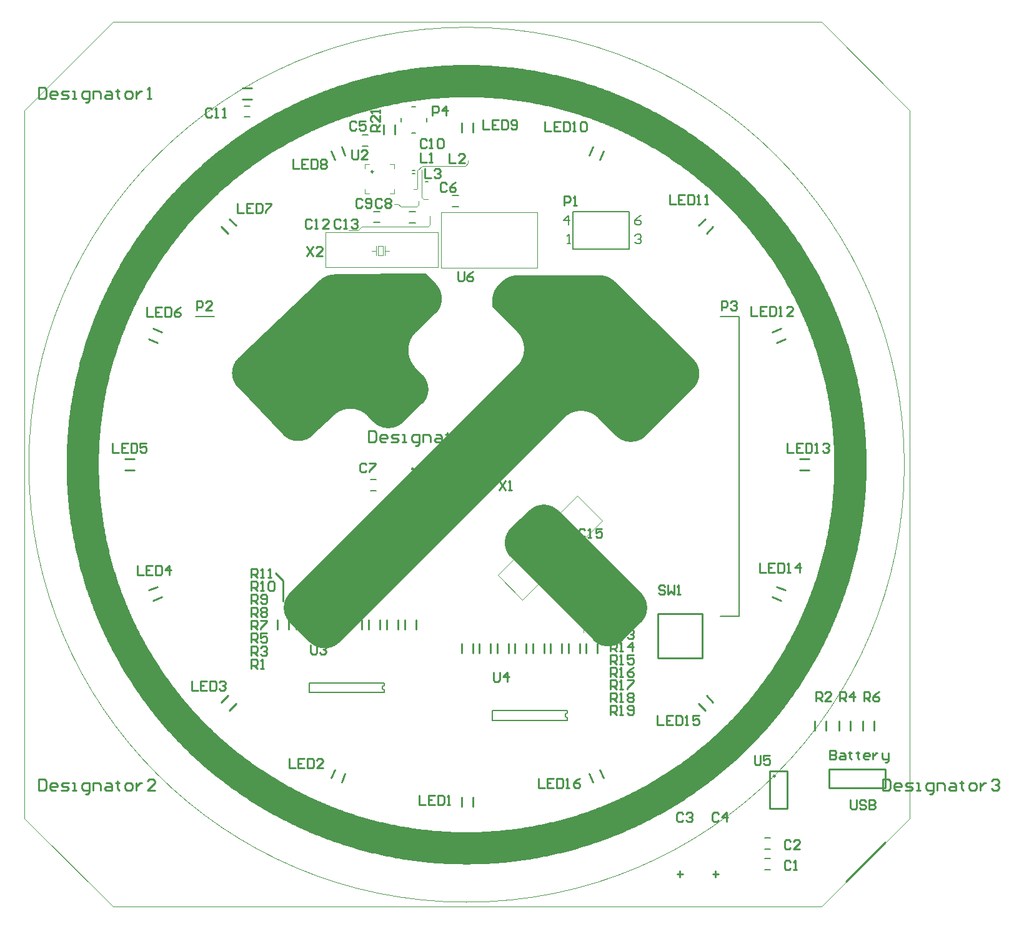
<source format=gto>
%FSAX24Y24*%
%MOIN*%
G70*
G01*
G75*
G04 Layer_Color=65535*
G04:AMPARAMS|DCode=10|XSize=40mil|YSize=40mil|CornerRadius=20mil|HoleSize=0mil|Usage=FLASHONLY|Rotation=0.000|XOffset=0mil|YOffset=0mil|HoleType=Round|Shape=RoundedRectangle|*
%AMROUNDEDRECTD10*
21,1,0.0400,0.0000,0,0,0.0*
21,1,0.0000,0.0400,0,0,0.0*
1,1,0.0400,0.0000,0.0000*
1,1,0.0400,0.0000,0.0000*
1,1,0.0400,0.0000,0.0000*
1,1,0.0400,0.0000,0.0000*
%
%ADD10ROUNDEDRECTD10*%
%ADD11R,0.0591X0.0591*%
%ADD12R,0.0079X0.0197*%
%ADD13R,0.2165X0.0787*%
G04:AMPARAMS|DCode=14|XSize=216.5mil|YSize=78.7mil|CornerRadius=0mil|HoleSize=0mil|Usage=FLASHONLY|Rotation=225.000|XOffset=0mil|YOffset=0mil|HoleType=Round|Shape=Rectangle|*
%AMROTATEDRECTD14*
4,1,4,0.0487,0.1044,0.1044,0.0487,-0.0487,-0.1044,-0.1044,-0.0487,0.0487,0.1044,0.0*
%
%ADD14ROTATEDRECTD14*%

%ADD15R,0.2638X0.2638*%
%ADD16R,0.1181X0.0630*%
%ADD17R,0.0866X0.0236*%
%ADD18R,0.0236X0.0866*%
%ADD19R,0.0098X0.0276*%
%ADD20R,0.0276X0.0098*%
%ADD21R,0.0512X0.0610*%
%ADD22R,0.0591X0.0591*%
%ADD23R,0.0591X0.0591*%
%ADD24P,0.0835X4X67.5*%
%ADD25R,0.0512X0.0984*%
G04:AMPARAMS|DCode=26|XSize=21.7mil|YSize=68.9mil|CornerRadius=0mil|HoleSize=0mil|Usage=FLASHONLY|Rotation=45.000|XOffset=0mil|YOffset=0mil|HoleType=Round|Shape=Round|*
%AMOVALD26*
21,1,0.0472,0.0217,0.0000,0.0000,135.0*
1,1,0.0217,0.0167,-0.0167*
1,1,0.0217,-0.0167,0.0167*
%
%ADD26OVALD26*%

G04:AMPARAMS|DCode=27|XSize=21.7mil|YSize=68.9mil|CornerRadius=0mil|HoleSize=0mil|Usage=FLASHONLY|Rotation=135.000|XOffset=0mil|YOffset=0mil|HoleType=Round|Shape=Round|*
%AMOVALD27*
21,1,0.0472,0.0217,0.0000,0.0000,225.0*
1,1,0.0217,0.0167,0.0167*
1,1,0.0217,-0.0167,-0.0167*
%
%ADD27OVALD27*%

%ADD28R,0.0197X0.0236*%
G04:AMPARAMS|DCode=29|XSize=66.9mil|YSize=43.3mil|CornerRadius=0mil|HoleSize=0mil|Usage=FLASHONLY|Rotation=45.000|XOffset=0mil|YOffset=0mil|HoleType=Round|Shape=Rectangle|*
%AMROTATEDRECTD29*
4,1,4,-0.0084,-0.0390,-0.0390,-0.0084,0.0084,0.0390,0.0390,0.0084,-0.0084,-0.0390,0.0*
%
%ADD29ROTATEDRECTD29*%

%ADD30R,0.0433X0.0669*%
%ADD31P,0.0835X4X337.5*%
G04:AMPARAMS|DCode=32|XSize=15.7mil|YSize=53.2mil|CornerRadius=0mil|HoleSize=0mil|Usage=FLASHONLY|Rotation=45.000|XOffset=0mil|YOffset=0mil|HoleType=Round|Shape=Rectangle|*
%AMROTATEDRECTD32*
4,1,4,0.0132,-0.0244,-0.0244,0.0132,-0.0132,0.0244,0.0244,-0.0132,0.0132,-0.0244,0.0*
%
%ADD32ROTATEDRECTD32*%

G04:AMPARAMS|DCode=33|XSize=63mil|YSize=55.1mil|CornerRadius=0mil|HoleSize=0mil|Usage=FLASHONLY|Rotation=45.000|XOffset=0mil|YOffset=0mil|HoleType=Round|Shape=Rectangle|*
%AMROTATEDRECTD33*
4,1,4,-0.0028,-0.0418,-0.0418,-0.0028,0.0028,0.0418,0.0418,0.0028,-0.0028,-0.0418,0.0*
%
%ADD33ROTATEDRECTD33*%

%ADD34P,0.1058X4X90.0*%
%ADD35P,0.0835X4X180.0*%
%ADD36P,0.0835X4X247.5*%
%ADD37P,0.0835X4X270.0*%
%ADD38P,0.0835X4X292.5*%
%ADD39P,0.0835X4X382.5*%
%ADD40P,0.0835X4X112.5*%
%ADD41R,0.0591X0.0591*%
%ADD42P,0.0835X4X157.5*%
%ADD43P,0.0835X4X202.5*%
%ADD44C,0.0512*%
%ADD45C,0.0100*%
%ADD46C,0.0140*%
%ADD47C,0.0200*%
%ADD48C,0.0039*%
%ADD49C,0.0005*%
%ADD50C,0.0800*%
%ADD51C,0.0551*%
%ADD52C,0.0591*%
G04:AMPARAMS|DCode=53|XSize=35.4mil|YSize=63mil|CornerRadius=0mil|HoleSize=0mil|Usage=FLASHONLY|Rotation=45.000|XOffset=0mil|YOffset=0mil|HoleType=Round|Shape=Round|*
%AMOVALD53*
21,1,0.0276,0.0354,0.0000,0.0000,135.0*
1,1,0.0354,0.0097,-0.0097*
1,1,0.0354,-0.0097,0.0097*
%
%ADD53OVALD53*%

%ADD54C,0.2894*%
%ADD55C,0.0200*%
%ADD56C,0.0079*%
%ADD57C,0.0236*%
%ADD58C,0.0098*%
%ADD59C,0.0000*%
%ADD60C,0.0040*%
%ADD61C,0.0080*%
G36*
X058470Y089218D02*
X058600Y089217D01*
X058730Y089215D01*
X058860Y089212D01*
X058989Y089209D01*
X059119Y089204D01*
X059249Y089199D01*
X059379Y089193D01*
X059509Y089187D01*
X059638Y089179D01*
X059768Y089171D01*
X059898Y089162D01*
X060027Y089152D01*
X060157Y089141D01*
X060286Y089130D01*
X060415Y089118D01*
X060545Y089104D01*
X060674Y089091D01*
X060803Y089076D01*
X060932Y089061D01*
X061061Y089045D01*
X061190Y089028D01*
X061318Y089010D01*
X061447Y088991D01*
X061575Y088972D01*
X061704Y088952D01*
X061832Y088931D01*
X061960Y088909D01*
X062088Y088887D01*
X062216Y088864D01*
X062344Y088840D01*
X062471Y088815D01*
X062598Y088789D01*
X062726Y088763D01*
X062853Y088736D01*
X062980Y088708D01*
X063106Y088680D01*
X063233Y088650D01*
X063359Y088620D01*
X063485Y088589D01*
X063611Y088557D01*
X063737Y088525D01*
X063863Y088492D01*
X063988Y088458D01*
X064113Y088423D01*
X064238Y088387D01*
X064363Y088351D01*
X064488Y088314D01*
X064612Y088276D01*
X064736Y088238D01*
X064860Y088198D01*
X064983Y088158D01*
X065107Y088117D01*
X065230Y088076D01*
X065353Y088033D01*
X065475Y087990D01*
X065598Y087947D01*
X065720Y087902D01*
X065841Y087857D01*
X065963Y087811D01*
X066084Y087764D01*
X066205Y087716D01*
X066326Y087668D01*
X066446Y087619D01*
X066566Y087569D01*
X066686Y087519D01*
X066805Y087468D01*
X066924Y087416D01*
X067043Y087363D01*
X067161Y087310D01*
X067280Y087256D01*
X067397Y087201D01*
X067515Y087146D01*
X067632Y087089D01*
X067749Y087032D01*
X067865Y086975D01*
X067981Y086916D01*
X068097Y086857D01*
X068212Y086798D01*
X068327Y086737D01*
X068442Y086676D01*
X068556Y086614D01*
X068670Y086552D01*
X068784Y086488D01*
X068897Y086424D01*
X069009Y086360D01*
X069122Y086295D01*
X069234Y086229D01*
X069345Y086162D01*
X069456Y086095D01*
X069567Y086027D01*
X069677Y085958D01*
X069787Y085888D01*
X069896Y085818D01*
X070005Y085748D01*
X070114Y085676D01*
X070222Y085604D01*
X070330Y085532D01*
X070437Y085458D01*
X070544Y085384D01*
X070650Y085310D01*
X070756Y085235D01*
X070862Y085159D01*
X070967Y085082D01*
X071071Y085005D01*
X071175Y084927D01*
X071279Y084849D01*
X071382Y084769D01*
X071484Y084690D01*
X071586Y084609D01*
X071688Y084528D01*
X071789Y084447D01*
X071890Y084365D01*
X071990Y084282D01*
X072089Y084199D01*
X072188Y084114D01*
X072287Y084030D01*
X072385Y083945D01*
X072483Y083859D01*
X072580Y083772D01*
X072676Y083685D01*
X072772Y083598D01*
X072868Y083510D01*
X072962Y083421D01*
X073057Y083332D01*
X073151Y083242D01*
X073244Y083151D01*
X073337Y083060D01*
X073429Y082969D01*
X073520Y082877D01*
X073611Y082784D01*
X073702Y082691D01*
X073792Y082597D01*
X073881Y082502D01*
X073970Y082408D01*
X074058Y082312D01*
X074145Y082216D01*
X074232Y082120D01*
X074319Y082023D01*
X074405Y081925D01*
X074490Y081827D01*
X074574Y081728D01*
X074659Y081629D01*
X074742Y081530D01*
X074825Y081430D01*
X074907Y081329D01*
X074988Y081228D01*
X075069Y081126D01*
X075150Y081024D01*
X075229Y080922D01*
X075309Y080819D01*
X075387Y080715D01*
X075465Y080611D01*
X075542Y080506D01*
X075619Y080402D01*
X075695Y080296D01*
X075770Y080190D01*
X075844Y080084D01*
X075918Y079977D01*
X075992Y079870D01*
X076064Y079762D01*
X076136Y079654D01*
X076208Y079545D01*
X076278Y079436D01*
X076348Y079327D01*
X076418Y079217D01*
X076487Y079107D01*
X076555Y078996D01*
X076622Y078885D01*
X076689Y078774D01*
X076755Y078662D01*
X076820Y078549D01*
X076884Y078437D01*
X076948Y078324D01*
X077012Y078210D01*
X077074Y078096D01*
X077136Y077982D01*
X077197Y077867D01*
X077258Y077752D01*
X077317Y077637D01*
X077376Y077521D01*
X077435Y077405D01*
X077492Y077289D01*
X077549Y077172D01*
X077606Y077055D01*
X077661Y076937D01*
X077716Y076820D01*
X077770Y076701D01*
X077823Y076583D01*
X077876Y076464D01*
X077928Y076345D01*
X077979Y076226D01*
X078029Y076106D01*
X078079Y075986D01*
X078128Y075866D01*
X078176Y075745D01*
X078224Y075624D01*
X078271Y075503D01*
X078317Y075381D01*
X078362Y075260D01*
X078407Y075138D01*
X078450Y075015D01*
X078493Y074893D01*
X078536Y074770D01*
X078577Y074647D01*
X078618Y074523D01*
X078658Y074400D01*
X078698Y074276D01*
X078736Y074152D01*
X078774Y074028D01*
X078811Y073903D01*
X078847Y073778D01*
X078883Y073653D01*
X078918Y073528D01*
X078952Y073403D01*
X078985Y073277D01*
X079017Y073151D01*
X079049Y073025D01*
X079080Y072899D01*
X079110Y072773D01*
X079140Y072646D01*
X079168Y072520D01*
X079196Y072393D01*
X079223Y072266D01*
X079249Y072138D01*
X079275Y072011D01*
X079300Y071884D01*
X079324Y071756D01*
X079347Y071628D01*
X079369Y071500D01*
X079391Y071372D01*
X079412Y071244D01*
X079432Y071115D01*
X079451Y070987D01*
X079470Y070858D01*
X079488Y070730D01*
X079504Y070601D01*
X079521Y070472D01*
X079536Y070343D01*
X079551Y070214D01*
X079564Y070085D01*
X079578Y069955D01*
X079590Y069826D01*
X079601Y069697D01*
X079612Y069567D01*
X079622Y069438D01*
X079631Y069308D01*
X079639Y069178D01*
X079647Y069049D01*
X079653Y068919D01*
X079659Y068789D01*
X079664Y068659D01*
X079669Y068529D01*
X079672Y068400D01*
X079675Y068270D01*
X079677Y068140D01*
X079678Y068010D01*
X079679Y067880D01*
X079678Y067750D01*
X079677Y067620D01*
X079675Y067490D01*
X079672Y067360D01*
X079669Y067231D01*
X079664Y067101D01*
X079659Y066971D01*
X079653Y066841D01*
X079647Y066711D01*
X079639Y066582D01*
X079631Y066452D01*
X079622Y066322D01*
X079612Y066193D01*
X079601Y066063D01*
X079590Y065934D01*
X079578Y065805D01*
X079564Y065675D01*
X079551Y065546D01*
X079536Y065417D01*
X079521Y065288D01*
X079504Y065159D01*
X079488Y065030D01*
X079470Y064902D01*
X079451Y064773D01*
X079432Y064645D01*
X079412Y064516D01*
X079391Y064388D01*
X079369Y064260D01*
X079347Y064132D01*
X079324Y064004D01*
X079300Y063876D01*
X079275Y063749D01*
X079249Y063622D01*
X079223Y063494D01*
X079196Y063367D01*
X079168Y063240D01*
X079140Y063114D01*
X079110Y062987D01*
X079080Y062861D01*
X079049Y062735D01*
X079017Y062609D01*
X078985Y062483D01*
X078952Y062357D01*
X078918Y062232D01*
X078883Y062107D01*
X078847Y061982D01*
X078811Y061857D01*
X078774Y061732D01*
X078736Y061608D01*
X078698Y061484D01*
X078658Y061360D01*
X078618Y061237D01*
X078577Y061113D01*
X078536Y060990D01*
X078493Y060867D01*
X078450Y060745D01*
X078407Y060622D01*
X078362Y060500D01*
X078317Y060379D01*
X078271Y060257D01*
X078224Y060136D01*
X078176Y060015D01*
X078128Y059894D01*
X078079Y059774D01*
X078029Y059654D01*
X077979Y059534D01*
X077928Y059415D01*
X077876Y059296D01*
X077823Y059177D01*
X077770Y059059D01*
X077716Y058940D01*
X077661Y058823D01*
X077606Y058705D01*
X077549Y058588D01*
X077492Y058471D01*
X077435Y058355D01*
X077376Y058239D01*
X077317Y058123D01*
X077258Y058008D01*
X077197Y057893D01*
X077136Y057778D01*
X077074Y057664D01*
X077012Y057550D01*
X076948Y057436D01*
X076884Y057323D01*
X076820Y057211D01*
X076755Y057098D01*
X076689Y056986D01*
X076622Y056875D01*
X076555Y056764D01*
X076487Y056653D01*
X076418Y056543D01*
X076348Y056433D01*
X076278Y056324D01*
X076208Y056215D01*
X076136Y056106D01*
X076064Y055998D01*
X075992Y055890D01*
X075918Y055783D01*
X075844Y055676D01*
X075770Y055570D01*
X075695Y055464D01*
X075619Y055358D01*
X075542Y055254D01*
X075465Y055149D01*
X075387Y055045D01*
X075309Y054941D01*
X075229Y054838D01*
X075150Y054736D01*
X075069Y054634D01*
X074988Y054532D01*
X074907Y054431D01*
X074825Y054330D01*
X074742Y054230D01*
X074659Y054131D01*
X074574Y054032D01*
X074490Y053933D01*
X074405Y053835D01*
X074319Y053737D01*
X074232Y053640D01*
X074145Y053544D01*
X074058Y053448D01*
X073970Y053352D01*
X073881Y053258D01*
X073792Y053163D01*
X073702Y053069D01*
X073611Y052976D01*
X073520Y052883D01*
X073429Y052791D01*
X073337Y052700D01*
X073244Y052609D01*
X073151Y052518D01*
X073057Y052428D01*
X072962Y052339D01*
X072868Y052250D01*
X072772Y052162D01*
X072676Y052075D01*
X072580Y051988D01*
X072483Y051901D01*
X072385Y051815D01*
X072287Y051730D01*
X072188Y051646D01*
X072089Y051561D01*
X071990Y051478D01*
X071890Y051395D01*
X071789Y051313D01*
X071688Y051232D01*
X071586Y051151D01*
X071484Y051070D01*
X071382Y050991D01*
X071279Y050911D01*
X071175Y050833D01*
X071071Y050755D01*
X070967Y050678D01*
X070862Y050601D01*
X070756Y050525D01*
X070650Y050450D01*
X070544Y050376D01*
X070437Y050302D01*
X070330Y050228D01*
X070222Y050156D01*
X070114Y050084D01*
X070005Y050012D01*
X069896Y049942D01*
X069787Y049872D01*
X069677Y049802D01*
X069567Y049733D01*
X069456Y049665D01*
X069345Y049598D01*
X069234Y049531D01*
X069122Y049465D01*
X069009Y049400D01*
X068897Y049336D01*
X068784Y049272D01*
X068670Y049208D01*
X068556Y049146D01*
X068442Y049084D01*
X068327Y049023D01*
X068212Y048962D01*
X068097Y048903D01*
X067981Y048844D01*
X067865Y048785D01*
X067749Y048728D01*
X067632Y048671D01*
X067515Y048614D01*
X067397Y048559D01*
X067280Y048504D01*
X067161Y048450D01*
X067043Y048397D01*
X066924Y048344D01*
X066805Y048292D01*
X066686Y048241D01*
X066566Y048191D01*
X066446Y048141D01*
X066326Y048092D01*
X066205Y048044D01*
X066084Y047996D01*
X065963Y047949D01*
X065841Y047903D01*
X065720Y047858D01*
X065598Y047813D01*
X065475Y047770D01*
X065353Y047727D01*
X065230Y047684D01*
X065107Y047643D01*
X064983Y047602D01*
X064860Y047562D01*
X064736Y047522D01*
X064612Y047484D01*
X064488Y047446D01*
X064363Y047409D01*
X064238Y047373D01*
X064113Y047337D01*
X063988Y047302D01*
X063863Y047268D01*
X063737Y047235D01*
X063611Y047203D01*
X063485Y047171D01*
X063359Y047140D01*
X063233Y047110D01*
X063106Y047080D01*
X062980Y047052D01*
X062853Y047024D01*
X062726Y046997D01*
X062598Y046971D01*
X062471Y046945D01*
X062344Y046920D01*
X062216Y046896D01*
X062088Y046873D01*
X061960Y046851D01*
X061832Y046829D01*
X061704Y046808D01*
X061575Y046788D01*
X061447Y046769D01*
X061318Y046750D01*
X061190Y046732D01*
X061061Y046715D01*
X060932Y046699D01*
X060803Y046684D01*
X060674Y046669D01*
X060545Y046656D01*
X060415Y046642D01*
X060286Y046630D01*
X060157Y046619D01*
X060027Y046608D01*
X059898Y046598D01*
X059768Y046589D01*
X059638Y046581D01*
X059509Y046573D01*
X059379Y046567D01*
X059249Y046561D01*
X059119Y046556D01*
X058989Y046551D01*
X058860Y046548D01*
X058730Y046545D01*
X058600Y046543D01*
X058470Y046542D01*
X058340Y046541D01*
X058210Y046542D01*
X058080Y046543D01*
X057950Y046545D01*
X057820Y046548D01*
X057691Y046551D01*
X057561Y046556D01*
X057431Y046561D01*
X057301Y046567D01*
X057171Y046573D01*
X057042Y046581D01*
X056912Y046589D01*
X056782Y046598D01*
X056653Y046608D01*
X056523Y046619D01*
X056394Y046630D01*
X056265Y046642D01*
X056135Y046656D01*
X056006Y046669D01*
X055877Y046684D01*
X055748Y046699D01*
X055619Y046715D01*
X055490Y046732D01*
X055362Y046750D01*
X055233Y046769D01*
X055105Y046788D01*
X054976Y046808D01*
X054848Y046829D01*
X054720Y046851D01*
X054592Y046873D01*
X054464Y046896D01*
X054336Y046920D01*
X054209Y046945D01*
X054082Y046971D01*
X053954Y046997D01*
X053827Y047024D01*
X053700Y047052D01*
X053574Y047080D01*
X053447Y047110D01*
X053321Y047140D01*
X053195Y047171D01*
X053069Y047203D01*
X052943Y047235D01*
X052817Y047268D01*
X052692Y047302D01*
X052567Y047337D01*
X052442Y047373D01*
X052317Y047409D01*
X052192Y047446D01*
X052068Y047484D01*
X051944Y047522D01*
X051820Y047562D01*
X051697Y047602D01*
X051573Y047643D01*
X051450Y047684D01*
X051327Y047727D01*
X051205Y047770D01*
X051082Y047813D01*
X050960Y047858D01*
X050839Y047903D01*
X050717Y047949D01*
X050596Y047996D01*
X050475Y048044D01*
X050354Y048092D01*
X050234Y048141D01*
X050114Y048191D01*
X049994Y048241D01*
X049875Y048292D01*
X049756Y048344D01*
X049637Y048397D01*
X049519Y048450D01*
X049400Y048504D01*
X049283Y048559D01*
X049165Y048614D01*
X049048Y048671D01*
X048931Y048728D01*
X048815Y048785D01*
X048699Y048844D01*
X048583Y048903D01*
X048468Y048962D01*
X048353Y049023D01*
X048238Y049084D01*
X048124Y049146D01*
X048010Y049208D01*
X047896Y049272D01*
X047783Y049336D01*
X047671Y049400D01*
X047558Y049465D01*
X047446Y049531D01*
X047335Y049598D01*
X047224Y049665D01*
X047113Y049733D01*
X047003Y049802D01*
X046893Y049872D01*
X046784Y049942D01*
X046675Y050012D01*
X046566Y050084D01*
X046458Y050156D01*
X046350Y050228D01*
X046243Y050302D01*
X046136Y050376D01*
X046030Y050450D01*
X045924Y050525D01*
X045818Y050601D01*
X045714Y050678D01*
X045609Y050755D01*
X045505Y050833D01*
X045401Y050911D01*
X045298Y050991D01*
X045196Y051070D01*
X045094Y051151D01*
X044992Y051232D01*
X044891Y051313D01*
X044790Y051395D01*
X044690Y051478D01*
X044591Y051561D01*
X044492Y051646D01*
X044393Y051730D01*
X044295Y051815D01*
X044197Y051901D01*
X044100Y051988D01*
X044004Y052075D01*
X043908Y052162D01*
X043812Y052250D01*
X043718Y052339D01*
X043623Y052428D01*
X043529Y052518D01*
X043436Y052609D01*
X043343Y052700D01*
X043251Y052791D01*
X043160Y052883D01*
X043069Y052976D01*
X042978Y053069D01*
X042888Y053163D01*
X042799Y053258D01*
X042710Y053352D01*
X042622Y053448D01*
X042535Y053544D01*
X042448Y053640D01*
X042361Y053737D01*
X042275Y053835D01*
X042190Y053933D01*
X042106Y054032D01*
X042021Y054131D01*
X041938Y054230D01*
X041855Y054330D01*
X041773Y054431D01*
X041692Y054532D01*
X041611Y054634D01*
X041530Y054736D01*
X041451Y054838D01*
X041371Y054941D01*
X041293Y055045D01*
X041215Y055149D01*
X041138Y055254D01*
X041061Y055358D01*
X040985Y055464D01*
X040910Y055570D01*
X040836Y055676D01*
X040762Y055783D01*
X040688Y055890D01*
X040616Y055998D01*
X040544Y056106D01*
X040472Y056215D01*
X040402Y056324D01*
X040332Y056433D01*
X040262Y056543D01*
X040193Y056653D01*
X040125Y056764D01*
X040058Y056875D01*
X039991Y056986D01*
X039925Y057098D01*
X039860Y057211D01*
X039796Y057323D01*
X039732Y057436D01*
X039668Y057550D01*
X039606Y057664D01*
X039544Y057778D01*
X039483Y057893D01*
X039422Y058008D01*
X039363Y058123D01*
X039304Y058239D01*
X039245Y058355D01*
X039188Y058471D01*
X039131Y058588D01*
X039074Y058705D01*
X039019Y058823D01*
X038964Y058940D01*
X038910Y059059D01*
X038857Y059177D01*
X038804Y059296D01*
X038752Y059415D01*
X038701Y059534D01*
X038651Y059654D01*
X038601Y059774D01*
X038552Y059894D01*
X038504Y060015D01*
X038456Y060136D01*
X038409Y060257D01*
X038363Y060379D01*
X038318Y060500D01*
X038273Y060622D01*
X038230Y060745D01*
X038187Y060867D01*
X038144Y060990D01*
X038103Y061113D01*
X038062Y061237D01*
X038022Y061360D01*
X037982Y061484D01*
X037944Y061608D01*
X037906Y061732D01*
X037869Y061857D01*
X037833Y061982D01*
X037797Y062107D01*
X037762Y062232D01*
X037728Y062357D01*
X037695Y062483D01*
X037663Y062609D01*
X037631Y062735D01*
X037600Y062861D01*
X037570Y062987D01*
X037540Y063114D01*
X037512Y063240D01*
X037484Y063367D01*
X037457Y063494D01*
X037431Y063622D01*
X037405Y063749D01*
X037380Y063876D01*
X037356Y064004D01*
X037333Y064132D01*
X037311Y064260D01*
X037289Y064388D01*
X037268Y064516D01*
X037248Y064645D01*
X037229Y064773D01*
X037210Y064902D01*
X037192Y065030D01*
X037176Y065159D01*
X037159Y065288D01*
X037144Y065417D01*
X037129Y065546D01*
X037116Y065675D01*
X037102Y065805D01*
X037090Y065934D01*
X037079Y066063D01*
X037068Y066193D01*
X037058Y066322D01*
X037049Y066452D01*
X037041Y066582D01*
X037033Y066711D01*
X037027Y066841D01*
X037021Y066971D01*
X037016Y067101D01*
X037011Y067231D01*
X037008Y067360D01*
X037005Y067490D01*
X037003Y067620D01*
X037002Y067750D01*
X037001Y067880D01*
X037002Y068010D01*
X037003Y068140D01*
X037005Y068270D01*
X037008Y068400D01*
X037011Y068529D01*
X037016Y068659D01*
X037021Y068789D01*
X037027Y068919D01*
X037033Y069049D01*
X037041Y069178D01*
X037049Y069308D01*
X037058Y069438D01*
X037068Y069567D01*
X037079Y069697D01*
X037090Y069826D01*
X037102Y069955D01*
X037116Y070085D01*
X037129Y070214D01*
X037144Y070343D01*
X037159Y070472D01*
X037176Y070601D01*
X037192Y070730D01*
X037210Y070858D01*
X037229Y070987D01*
X037248Y071115D01*
X037268Y071244D01*
X037289Y071372D01*
X037311Y071500D01*
X037333Y071628D01*
X037356Y071756D01*
X037380Y071884D01*
X037405Y072011D01*
X037431Y072138D01*
X037457Y072266D01*
X037484Y072393D01*
X037512Y072520D01*
X037540Y072646D01*
X037570Y072773D01*
X037600Y072899D01*
X037631Y073025D01*
X037663Y073151D01*
X037695Y073277D01*
X037728Y073403D01*
X037762Y073528D01*
X037797Y073653D01*
X037833Y073778D01*
X037869Y073903D01*
X037906Y074028D01*
X037944Y074152D01*
X037982Y074276D01*
X038022Y074400D01*
X038062Y074523D01*
X038103Y074647D01*
X038144Y074770D01*
X038187Y074893D01*
X038230Y075015D01*
X038273Y075138D01*
X038318Y075260D01*
X038363Y075381D01*
X038409Y075503D01*
X038456Y075624D01*
X038504Y075745D01*
X038552Y075866D01*
X038601Y075986D01*
X038651Y076106D01*
X038701Y076226D01*
X038752Y076345D01*
X038804Y076464D01*
X038857Y076583D01*
X038910Y076701D01*
X038964Y076820D01*
X039019Y076937D01*
X039074Y077055D01*
X039131Y077172D01*
X039188Y077289D01*
X039245Y077405D01*
X039304Y077521D01*
X039363Y077637D01*
X039422Y077752D01*
X039483Y077867D01*
X039544Y077982D01*
X039606Y078096D01*
X039668Y078210D01*
X039732Y078324D01*
X039796Y078437D01*
X039860Y078549D01*
X039925Y078662D01*
X039991Y078774D01*
X040058Y078885D01*
X040125Y078996D01*
X040193Y079107D01*
X040262Y079217D01*
X040332Y079327D01*
X040402Y079436D01*
X040472Y079545D01*
X040544Y079654D01*
X040616Y079762D01*
X040688Y079870D01*
X040762Y079977D01*
X040836Y080084D01*
X040910Y080190D01*
X040985Y080296D01*
X041061Y080402D01*
X041138Y080506D01*
X041215Y080611D01*
X041293Y080715D01*
X041371Y080819D01*
X041451Y080922D01*
X041530Y081024D01*
X041611Y081126D01*
X041692Y081228D01*
X041773Y081329D01*
X041855Y081430D01*
X041938Y081530D01*
X042021Y081629D01*
X042106Y081728D01*
X042190Y081827D01*
X042275Y081925D01*
X042361Y082023D01*
X042448Y082120D01*
X042535Y082216D01*
X042622Y082312D01*
X042710Y082408D01*
X042799Y082502D01*
X042888Y082597D01*
X042978Y082691D01*
X043069Y082784D01*
X043160Y082877D01*
X043251Y082969D01*
X043343Y083060D01*
X043436Y083151D01*
X043529Y083242D01*
X043623Y083332D01*
X043718Y083421D01*
X043812Y083510D01*
X043908Y083598D01*
X044004Y083685D01*
X044100Y083772D01*
X044197Y083859D01*
X044295Y083945D01*
X044393Y084030D01*
X044492Y084114D01*
X044591Y084199D01*
X044690Y084282D01*
X044790Y084365D01*
X044891Y084447D01*
X044992Y084528D01*
X045094Y084609D01*
X045196Y084690D01*
X045298Y084769D01*
X045401Y084849D01*
X045505Y084927D01*
X045609Y085005D01*
X045714Y085082D01*
X045818Y085159D01*
X045924Y085235D01*
X046030Y085310D01*
X046136Y085384D01*
X046243Y085458D01*
X046350Y085532D01*
X046458Y085604D01*
X046566Y085676D01*
X046675Y085748D01*
X046784Y085818D01*
X046893Y085888D01*
X047003Y085958D01*
X047113Y086027D01*
X047224Y086095D01*
X047335Y086162D01*
X047446Y086229D01*
X047558Y086295D01*
X047671Y086360D01*
X047783Y086424D01*
X047896Y086488D01*
X048010Y086552D01*
X048124Y086614D01*
X048238Y086676D01*
X048353Y086737D01*
X048468Y086798D01*
X048583Y086857D01*
X048699Y086916D01*
X048815Y086975D01*
X048931Y087032D01*
X049048Y087089D01*
X049165Y087146D01*
X049283Y087201D01*
X049400Y087256D01*
X049519Y087310D01*
X049637Y087363D01*
X049756Y087416D01*
X049875Y087468D01*
X049994Y087519D01*
X050114Y087569D01*
X050234Y087619D01*
X050354Y087668D01*
X050475Y087716D01*
X050596Y087764D01*
X050717Y087811D01*
X050839Y087857D01*
X050960Y087902D01*
X051082Y087947D01*
X051205Y087990D01*
X051327Y088033D01*
X051450Y088076D01*
X051573Y088117D01*
X051697Y088158D01*
X051820Y088198D01*
X051944Y088238D01*
X052068Y088276D01*
X052192Y088314D01*
X052317Y088351D01*
X052442Y088387D01*
X052567Y088423D01*
X052692Y088458D01*
X052817Y088492D01*
X052943Y088525D01*
X053069Y088557D01*
X053195Y088589D01*
X053321Y088620D01*
X053447Y088650D01*
X053574Y088680D01*
X053700Y088708D01*
X053827Y088736D01*
X053954Y088763D01*
X054082Y088789D01*
X054209Y088815D01*
X054336Y088840D01*
X054464Y088864D01*
X054592Y088887D01*
X054720Y088909D01*
X054848Y088931D01*
X054976Y088952D01*
X055105Y088972D01*
X055233Y088991D01*
X055362Y089010D01*
X055490Y089028D01*
X055619Y089045D01*
X055748Y089061D01*
X055877Y089076D01*
X056006Y089091D01*
X056135Y089104D01*
X056265Y089118D01*
X056394Y089130D01*
X056523Y089141D01*
X056653Y089152D01*
X056782Y089162D01*
X056912Y089171D01*
X057042Y089179D01*
X057171Y089187D01*
X057301Y089193D01*
X057431Y089199D01*
X057561Y089204D01*
X057691Y089209D01*
X057820Y089212D01*
X057950Y089215D01*
X058080Y089217D01*
X058210Y089218D01*
X058340Y089219D01*
X058470Y089218D01*
D02*
G37*
%LPC*%
G36*
X058340Y087499D02*
X058215Y087499D01*
X058089Y087498D01*
X057964Y087496D01*
X057839Y087493D01*
X057714Y087489D01*
X057589Y087485D01*
X057463Y087480D01*
X057338Y087474D01*
X057213Y087467D01*
X057088Y087459D01*
X056963Y087451D01*
X056838Y087442D01*
X056713Y087432D01*
X056588Y087421D01*
X056464Y087409D01*
X056339Y087397D01*
X056214Y087384D01*
X056090Y087370D01*
X055966Y087355D01*
X055841Y087340D01*
X055717Y087323D01*
X055593Y087306D01*
X055469Y087288D01*
X055345Y087269D01*
X055221Y087250D01*
X055098Y087230D01*
X054974Y087209D01*
X054851Y087187D01*
X054728Y087164D01*
X054605Y087141D01*
X054482Y087116D01*
X054359Y087091D01*
X054236Y087065D01*
X054114Y087039D01*
X053992Y087011D01*
X053870Y086983D01*
X053748Y086954D01*
X053626Y086925D01*
X053505Y086894D01*
X053383Y086863D01*
X053262Y086831D01*
X053141Y086798D01*
X053021Y086764D01*
X052900Y086730D01*
X052780Y086695D01*
X052660Y086659D01*
X052540Y086622D01*
X052420Y086585D01*
X052301Y086547D01*
X052182Y086508D01*
X052063Y086468D01*
X051945Y086428D01*
X051826Y086387D01*
X051708Y086345D01*
X051591Y086302D01*
X051473Y086258D01*
X051356Y086214D01*
X051239Y086169D01*
X051122Y086123D01*
X051006Y086077D01*
X050890Y086030D01*
X050774Y085982D01*
X050659Y085933D01*
X050544Y085884D01*
X050429Y085834D01*
X050314Y085783D01*
X050200Y085731D01*
X050086Y085679D01*
X049973Y085626D01*
X049860Y085572D01*
X049747Y085517D01*
X049634Y085462D01*
X049522Y085406D01*
X049411Y085350D01*
X049299Y085292D01*
X049188Y085234D01*
X049078Y085175D01*
X048967Y085116D01*
X048858Y085056D01*
X048748Y084995D01*
X048639Y084933D01*
X048530Y084871D01*
X048422Y084808D01*
X048314Y084744D01*
X048207Y084680D01*
X048100Y084615D01*
X047993Y084549D01*
X047887Y084483D01*
X047781Y084416D01*
X047676Y084348D01*
X047571Y084279D01*
X047466Y084210D01*
X047362Y084141D01*
X047258Y084070D01*
X047155Y083999D01*
X047053Y083927D01*
X046950Y083855D01*
X046849Y083782D01*
X046747Y083708D01*
X046646Y083634D01*
X046546Y083559D01*
X046446Y083483D01*
X046347Y083407D01*
X046248Y083330D01*
X046150Y083252D01*
X046052Y083174D01*
X045954Y083096D01*
X045857Y083016D01*
X045761Y082936D01*
X045665Y082856D01*
X045570Y082774D01*
X045475Y082692D01*
X045381Y082610D01*
X045287Y082527D01*
X045193Y082443D01*
X045101Y082359D01*
X045009Y082274D01*
X044917Y082189D01*
X044826Y082103D01*
X044735Y082016D01*
X044645Y081929D01*
X044556Y081841D01*
X044467Y081753D01*
X044379Y081664D01*
X044291Y081575D01*
X044204Y081485D01*
X044117Y081394D01*
X044031Y081303D01*
X043946Y081211D01*
X043861Y081119D01*
X043777Y081027D01*
X043693Y080933D01*
X043610Y080839D01*
X043528Y080745D01*
X043446Y080650D01*
X043365Y080555D01*
X043284Y080459D01*
X043204Y080363D01*
X043124Y080266D01*
X043046Y080168D01*
X042968Y080070D01*
X042890Y079972D01*
X042813Y079873D01*
X042737Y079774D01*
X042661Y079674D01*
X042586Y079574D01*
X042512Y079473D01*
X042438Y079371D01*
X042365Y079270D01*
X042293Y079167D01*
X042221Y079065D01*
X042150Y078962D01*
X042079Y078858D01*
X042010Y078754D01*
X041941Y078649D01*
X041872Y078544D01*
X041804Y078439D01*
X041737Y078333D01*
X041671Y078227D01*
X041605Y078120D01*
X041540Y078013D01*
X041476Y077906D01*
X041412Y077798D01*
X041349Y077690D01*
X041287Y077581D01*
X041225Y077472D01*
X041164Y077362D01*
X041104Y077253D01*
X041045Y077142D01*
X040986Y077032D01*
X040928Y076921D01*
X040870Y076809D01*
X040814Y076698D01*
X040758Y076586D01*
X040703Y076473D01*
X040648Y076360D01*
X040594Y076247D01*
X040541Y076134D01*
X040489Y076020D01*
X040437Y075906D01*
X040386Y075791D01*
X040336Y075676D01*
X040287Y075561D01*
X040238Y075446D01*
X040190Y075330D01*
X040143Y075214D01*
X040097Y075098D01*
X040051Y074981D01*
X040006Y074864D01*
X039962Y074747D01*
X039918Y074629D01*
X039875Y074512D01*
X039833Y074394D01*
X039792Y074275D01*
X039752Y074157D01*
X039712Y074038D01*
X039673Y073919D01*
X039635Y073800D01*
X039598Y073680D01*
X039561Y073560D01*
X039525Y073440D01*
X039490Y073320D01*
X039456Y073199D01*
X039422Y073079D01*
X039389Y072958D01*
X039357Y072837D01*
X039326Y072715D01*
X039295Y072594D01*
X039266Y072472D01*
X039237Y072350D01*
X039209Y072228D01*
X039181Y072106D01*
X039155Y071984D01*
X039129Y071861D01*
X039104Y071738D01*
X039079Y071615D01*
X039056Y071492D01*
X039033Y071369D01*
X039011Y071246D01*
X038990Y071122D01*
X038970Y070999D01*
X038951Y070875D01*
X038932Y070751D01*
X038914Y070627D01*
X038897Y070503D01*
X038880Y070379D01*
X038865Y070254D01*
X038850Y070130D01*
X038836Y070006D01*
X038823Y069881D01*
X038811Y069756D01*
X038799Y069632D01*
X038788Y069507D01*
X038778Y069382D01*
X038769Y069257D01*
X038761Y069132D01*
X038753Y069007D01*
X038746Y068882D01*
X038740Y068757D01*
X038735Y068631D01*
X038731Y068506D01*
X038727Y068381D01*
X038724Y068256D01*
X038722Y068131D01*
X038721Y068005D01*
X038721Y067880D01*
X038721Y067755D01*
X038722Y067629D01*
X038724Y067504D01*
X038727Y067379D01*
X038731Y067254D01*
X038735Y067129D01*
X038740Y067003D01*
X038746Y066878D01*
X038753Y066753D01*
X038761Y066628D01*
X038769Y066503D01*
X038778Y066378D01*
X038788Y066253D01*
X038799Y066128D01*
X038811Y066004D01*
X038823Y065879D01*
X038836Y065754D01*
X038850Y065630D01*
X038865Y065506D01*
X038880Y065381D01*
X038897Y065257D01*
X038914Y065133D01*
X038932Y065009D01*
X038951Y064885D01*
X038970Y064761D01*
X038990Y064638D01*
X039011Y064514D01*
X039033Y064391D01*
X039056Y064268D01*
X039079Y064145D01*
X039104Y064022D01*
X039129Y063899D01*
X039155Y063776D01*
X039181Y063654D01*
X039209Y063532D01*
X039237Y063410D01*
X039266Y063288D01*
X039295Y063166D01*
X039326Y063045D01*
X039357Y062923D01*
X039389Y062802D01*
X039422Y062681D01*
X039456Y062561D01*
X039490Y062440D01*
X039525Y062320D01*
X039561Y062200D01*
X039598Y062080D01*
X039635Y061960D01*
X039673Y061841D01*
X039712Y061722D01*
X039752Y061603D01*
X039792Y061485D01*
X039833Y061366D01*
X039875Y061248D01*
X039918Y061131D01*
X039962Y061013D01*
X040006Y060896D01*
X040051Y060779D01*
X040097Y060662D01*
X040143Y060546D01*
X040190Y060430D01*
X040238Y060314D01*
X040287Y060199D01*
X040336Y060084D01*
X040386Y059969D01*
X040437Y059854D01*
X040489Y059740D01*
X040541Y059626D01*
X040594Y059513D01*
X040648Y059400D01*
X040703Y059287D01*
X040758Y059174D01*
X040814Y059062D01*
X040870Y058951D01*
X040928Y058839D01*
X040986Y058728D01*
X041045Y058618D01*
X041104Y058507D01*
X041164Y058398D01*
X041225Y058288D01*
X041287Y058179D01*
X041349Y058070D01*
X041412Y057962D01*
X041476Y057854D01*
X041540Y057747D01*
X041605Y057640D01*
X041671Y057533D01*
X041737Y057427D01*
X041804Y057321D01*
X041872Y057216D01*
X041941Y057111D01*
X042010Y057006D01*
X042079Y056902D01*
X042150Y056798D01*
X042221Y056695D01*
X042293Y056593D01*
X042365Y056490D01*
X042438Y056389D01*
X042512Y056287D01*
X042586Y056186D01*
X042661Y056086D01*
X042737Y055986D01*
X042813Y055887D01*
X042890Y055788D01*
X042968Y055690D01*
X043046Y055592D01*
X043124Y055494D01*
X043204Y055397D01*
X043284Y055301D01*
X043365Y055205D01*
X043446Y055110D01*
X043528Y055015D01*
X043610Y054921D01*
X043693Y054827D01*
X043777Y054733D01*
X043861Y054641D01*
X043946Y054549D01*
X044031Y054457D01*
X044117Y054366D01*
X044204Y054275D01*
X044291Y054185D01*
X044379Y054096D01*
X044467Y054007D01*
X044556Y053919D01*
X044645Y053831D01*
X044735Y053744D01*
X044826Y053657D01*
X044917Y053571D01*
X045009Y053486D01*
X045101Y053401D01*
X045193Y053317D01*
X045287Y053233D01*
X045381Y053150D01*
X045475Y053068D01*
X045570Y052986D01*
X045665Y052905D01*
X045761Y052824D01*
X045857Y052744D01*
X045954Y052664D01*
X046052Y052586D01*
X046150Y052508D01*
X046248Y052430D01*
X046347Y052353D01*
X046446Y052277D01*
X046546Y052201D01*
X046646Y052126D01*
X046747Y052052D01*
X046849Y051978D01*
X046950Y051905D01*
X047053Y051833D01*
X047155Y051761D01*
X047258Y051690D01*
X047362Y051619D01*
X047466Y051550D01*
X047571Y051481D01*
X047676Y051412D01*
X047781Y051344D01*
X047887Y051277D01*
X047993Y051211D01*
X048100Y051145D01*
X048207Y051080D01*
X048314Y051016D01*
X048422Y050952D01*
X048530Y050889D01*
X048639Y050827D01*
X048748Y050765D01*
X048858Y050704D01*
X048967Y050644D01*
X049078Y050585D01*
X049188Y050526D01*
X049299Y050468D01*
X049411Y050410D01*
X049522Y050354D01*
X049634Y050298D01*
X049747Y050243D01*
X049860Y050188D01*
X049973Y050134D01*
X050086Y050081D01*
X050200Y050029D01*
X050314Y049977D01*
X050429Y049926D01*
X050544Y049876D01*
X050659Y049827D01*
X050774Y049778D01*
X050890Y049730D01*
X051006Y049683D01*
X051122Y049637D01*
X051239Y049591D01*
X051356Y049546D01*
X051473Y049502D01*
X051591Y049458D01*
X051708Y049415D01*
X051826Y049373D01*
X051945Y049332D01*
X052063Y049292D01*
X052182Y049252D01*
X052301Y049213D01*
X052420Y049175D01*
X052540Y049138D01*
X052660Y049101D01*
X052780Y049065D01*
X052900Y049030D01*
X053021Y048996D01*
X053141Y048962D01*
X053262Y048929D01*
X053383Y048897D01*
X053505Y048866D01*
X053626Y048835D01*
X053748Y048806D01*
X053870Y048777D01*
X053992Y048749D01*
X054114Y048721D01*
X054236Y048695D01*
X054359Y048669D01*
X054482Y048644D01*
X054605Y048619D01*
X054728Y048596D01*
X054851Y048573D01*
X054974Y048551D01*
X055098Y048530D01*
X055221Y048510D01*
X055345Y048491D01*
X055469Y048472D01*
X055593Y048454D01*
X055717Y048437D01*
X055841Y048420D01*
X055966Y048405D01*
X056090Y048390D01*
X056214Y048376D01*
X056339Y048363D01*
X056464Y048351D01*
X056588Y048339D01*
X056713Y048328D01*
X056838Y048318D01*
X056963Y048309D01*
X057088Y048301D01*
X057213Y048293D01*
X057338Y048286D01*
X057463Y048280D01*
X057589Y048275D01*
X057714Y048271D01*
X057839Y048267D01*
X057964Y048264D01*
X058089Y048262D01*
X058215Y048261D01*
X058340Y048261D01*
X058465Y048261D01*
X058591Y048262D01*
X058716Y048264D01*
X058841Y048267D01*
X058966Y048271D01*
X059091Y048275D01*
X059217Y048280D01*
X059342Y048286D01*
X059467Y048293D01*
X059592Y048301D01*
X059717Y048309D01*
X059842Y048318D01*
X059967Y048328D01*
X060092Y048339D01*
X060216Y048351D01*
X060341Y048363D01*
X060466Y048376D01*
X060590Y048390D01*
X060714Y048405D01*
X060839Y048420D01*
X060963Y048437D01*
X061087Y048454D01*
X061211Y048472D01*
X061335Y048491D01*
X061459Y048510D01*
X061582Y048530D01*
X061706Y048551D01*
X061829Y048573D01*
X061952Y048596D01*
X062075Y048619D01*
X062198Y048644D01*
X062321Y048669D01*
X062444Y048695D01*
X062566Y048721D01*
X062688Y048749D01*
X062810Y048777D01*
X062932Y048806D01*
X063054Y048835D01*
X063175Y048866D01*
X063297Y048897D01*
X063418Y048929D01*
X063539Y048962D01*
X063659Y048996D01*
X063780Y049030D01*
X063900Y049065D01*
X064020Y049101D01*
X064140Y049138D01*
X064260Y049175D01*
X064379Y049213D01*
X064498Y049252D01*
X064617Y049292D01*
X064735Y049332D01*
X064854Y049373D01*
X064972Y049415D01*
X065089Y049458D01*
X065207Y049502D01*
X065324Y049546D01*
X065441Y049591D01*
X065558Y049637D01*
X065674Y049683D01*
X065790Y049730D01*
X065906Y049778D01*
X066021Y049827D01*
X066136Y049876D01*
X066251Y049926D01*
X066366Y049977D01*
X066480Y050029D01*
X066594Y050081D01*
X066707Y050134D01*
X066820Y050188D01*
X066933Y050243D01*
X067046Y050298D01*
X067158Y050354D01*
X067269Y050410D01*
X067381Y050468D01*
X067492Y050526D01*
X067602Y050585D01*
X067713Y050644D01*
X067822Y050704D01*
X067932Y050765D01*
X068041Y050827D01*
X068150Y050889D01*
X068258Y050952D01*
X068366Y051016D01*
X068473Y051080D01*
X068580Y051145D01*
X068687Y051211D01*
X068793Y051277D01*
X068899Y051344D01*
X069004Y051412D01*
X069109Y051481D01*
X069214Y051550D01*
X069318Y051619D01*
X069422Y051690D01*
X069525Y051761D01*
X069627Y051833D01*
X069730Y051905D01*
X069831Y051978D01*
X069933Y052052D01*
X070034Y052126D01*
X070134Y052201D01*
X070234Y052277D01*
X070333Y052353D01*
X070432Y052430D01*
X070530Y052508D01*
X070628Y052586D01*
X070726Y052664D01*
X070823Y052744D01*
X070919Y052824D01*
X071015Y052905D01*
X071110Y052986D01*
X071205Y053068D01*
X071299Y053150D01*
X071393Y053233D01*
X071487Y053317D01*
X071579Y053401D01*
X071671Y053486D01*
X071763Y053571D01*
X071854Y053657D01*
X071945Y053744D01*
X072035Y053831D01*
X072124Y053919D01*
X072213Y054007D01*
X072301Y054096D01*
X072389Y054185D01*
X072476Y054275D01*
X072563Y054366D01*
X072649Y054457D01*
X072734Y054549D01*
X072819Y054641D01*
X072903Y054733D01*
X072987Y054827D01*
X073070Y054921D01*
X073152Y055015D01*
X073234Y055110D01*
X073316Y055205D01*
X073396Y055301D01*
X073476Y055397D01*
X073556Y055494D01*
X073634Y055592D01*
X073712Y055690D01*
X073790Y055788D01*
X073867Y055887D01*
X073943Y055986D01*
X074019Y056086D01*
X074094Y056186D01*
X074168Y056287D01*
X074242Y056389D01*
X074315Y056490D01*
X074387Y056593D01*
X074459Y056695D01*
X074530Y056798D01*
X074601Y056902D01*
X074670Y057006D01*
X074739Y057111D01*
X074808Y057216D01*
X074876Y057321D01*
X074943Y057427D01*
X075009Y057533D01*
X075075Y057640D01*
X075140Y057747D01*
X075204Y057854D01*
X075268Y057962D01*
X075331Y058070D01*
X075393Y058179D01*
X075455Y058288D01*
X075516Y058398D01*
X075576Y058507D01*
X075635Y058618D01*
X075694Y058728D01*
X075752Y058839D01*
X075810Y058951D01*
X075866Y059062D01*
X075922Y059174D01*
X075977Y059287D01*
X076032Y059400D01*
X076086Y059513D01*
X076139Y059626D01*
X076191Y059740D01*
X076243Y059854D01*
X076294Y059969D01*
X076344Y060084D01*
X076393Y060199D01*
X076442Y060314D01*
X076490Y060430D01*
X076537Y060546D01*
X076583Y060662D01*
X076629Y060779D01*
X076674Y060896D01*
X076718Y061013D01*
X076762Y061131D01*
X076805Y061248D01*
X076847Y061366D01*
X076888Y061485D01*
X076928Y061603D01*
X076968Y061722D01*
X077007Y061841D01*
X077045Y061960D01*
X077082Y062080D01*
X077119Y062200D01*
X077155Y062320D01*
X077190Y062440D01*
X077224Y062561D01*
X077258Y062681D01*
X077291Y062802D01*
X077323Y062923D01*
X077354Y063045D01*
X077385Y063166D01*
X077414Y063288D01*
X077443Y063410D01*
X077471Y063532D01*
X077499Y063654D01*
X077525Y063776D01*
X077551Y063899D01*
X077576Y064022D01*
X077601Y064145D01*
X077624Y064268D01*
X077647Y064391D01*
X077669Y064514D01*
X077690Y064638D01*
X077710Y064761D01*
X077729Y064885D01*
X077748Y065009D01*
X077766Y065133D01*
X077783Y065257D01*
X077800Y065381D01*
X077815Y065506D01*
X077830Y065630D01*
X077844Y065754D01*
X077857Y065879D01*
X077869Y066004D01*
X077881Y066128D01*
X077892Y066253D01*
X077902Y066378D01*
X077911Y066503D01*
X077919Y066628D01*
X077927Y066753D01*
X077934Y066878D01*
X077940Y067003D01*
X077945Y067129D01*
X077949Y067254D01*
X077953Y067379D01*
X077956Y067504D01*
X077958Y067629D01*
X077959Y067755D01*
X077959Y067880D01*
X077959Y068005D01*
X077958Y068131D01*
X077956Y068256D01*
X077953Y068381D01*
X077949Y068506D01*
X077945Y068631D01*
X077940Y068757D01*
X077934Y068882D01*
X077927Y069007D01*
X077919Y069132D01*
X077911Y069257D01*
X077902Y069382D01*
X077892Y069507D01*
X077881Y069632D01*
X077869Y069756D01*
X077857Y069881D01*
X077844Y070006D01*
X077830Y070130D01*
X077815Y070254D01*
X077800Y070379D01*
X077783Y070503D01*
X077766Y070627D01*
X077748Y070751D01*
X077729Y070875D01*
X077710Y070999D01*
X077690Y071122D01*
X077669Y071246D01*
X077647Y071369D01*
X077624Y071492D01*
X077601Y071615D01*
X077576Y071738D01*
X077551Y071861D01*
X077525Y071984D01*
X077499Y072106D01*
X077471Y072228D01*
X077443Y072350D01*
X077414Y072472D01*
X077385Y072594D01*
X077354Y072715D01*
X077323Y072837D01*
X077291Y072958D01*
X077258Y073079D01*
X077224Y073199D01*
X077190Y073320D01*
X077155Y073440D01*
X077119Y073560D01*
X077082Y073680D01*
X077045Y073800D01*
X077007Y073919D01*
X076968Y074038D01*
X076928Y074157D01*
X076888Y074275D01*
X076847Y074394D01*
X076805Y074512D01*
X076762Y074629D01*
X076718Y074747D01*
X076674Y074864D01*
X076629Y074981D01*
X076583Y075098D01*
X076537Y075214D01*
X076490Y075330D01*
X076442Y075446D01*
X076393Y075561D01*
X076344Y075676D01*
X076294Y075791D01*
X076243Y075906D01*
X076191Y076020D01*
X076139Y076134D01*
X076086Y076247D01*
X076032Y076360D01*
X075977Y076473D01*
X075922Y076586D01*
X075866Y076698D01*
X075810Y076809D01*
X075752Y076921D01*
X075694Y077032D01*
X075635Y077142D01*
X075576Y077253D01*
X075516Y077362D01*
X075455Y077472D01*
X075393Y077581D01*
X075331Y077690D01*
X075268Y077798D01*
X075204Y077906D01*
X075140Y078013D01*
X075075Y078120D01*
X075009Y078227D01*
X074943Y078333D01*
X074876Y078439D01*
X074808Y078544D01*
X074739Y078649D01*
X074670Y078754D01*
X074601Y078858D01*
X074530Y078962D01*
X074459Y079065D01*
X074387Y079167D01*
X074315Y079270D01*
X074242Y079371D01*
X074168Y079473D01*
X074094Y079574D01*
X074019Y079674D01*
X073943Y079774D01*
X073867Y079873D01*
X073790Y079972D01*
X073712Y080070D01*
X073634Y080168D01*
X073556Y080266D01*
X073476Y080363D01*
X073396Y080459D01*
X073316Y080555D01*
X073234Y080650D01*
X073152Y080745D01*
X073070Y080839D01*
X072987Y080933D01*
X072903Y081027D01*
X072819Y081119D01*
X072734Y081211D01*
X072649Y081303D01*
X072563Y081394D01*
X072476Y081485D01*
X072389Y081575D01*
X072301Y081664D01*
X072213Y081753D01*
X072124Y081841D01*
X072035Y081929D01*
X071945Y082016D01*
X071854Y082103D01*
X071763Y082189D01*
X071671Y082274D01*
X071579Y082359D01*
X071487Y082443D01*
X071393Y082527D01*
X071299Y082610D01*
X071205Y082692D01*
X071110Y082774D01*
X071015Y082856D01*
X070919Y082936D01*
X070823Y083016D01*
X070726Y083096D01*
X070628Y083174D01*
X070530Y083252D01*
X070432Y083330D01*
X070333Y083407D01*
X070234Y083483D01*
X070134Y083559D01*
X070034Y083634D01*
X069933Y083708D01*
X069831Y083782D01*
X069730Y083855D01*
X069627Y083927D01*
X069525Y083999D01*
X069422Y084070D01*
X069318Y084141D01*
X069214Y084210D01*
X069109Y084279D01*
X069004Y084348D01*
X068899Y084416D01*
X068793Y084483D01*
X068687Y084549D01*
X068580Y084615D01*
X068473Y084680D01*
X068366Y084744D01*
X068258Y084808D01*
X068150Y084871D01*
X068041Y084933D01*
X067932Y084995D01*
X067822Y085056D01*
X067713Y085116D01*
X067602Y085175D01*
X067492Y085234D01*
X067381Y085292D01*
X067269Y085350D01*
X067158Y085406D01*
X067046Y085462D01*
X066933Y085517D01*
X066820Y085572D01*
X066707Y085626D01*
X066594Y085679D01*
X066480Y085731D01*
X066366Y085783D01*
X066251Y085834D01*
X066136Y085884D01*
X066021Y085933D01*
X065906Y085982D01*
X065790Y086030D01*
X065674Y086077D01*
X065558Y086123D01*
X065441Y086169D01*
X065324Y086214D01*
X065207Y086258D01*
X065089Y086302D01*
X064972Y086345D01*
X064854Y086387D01*
X064735Y086428D01*
X064617Y086468D01*
X064498Y086508D01*
X064379Y086547D01*
X064260Y086585D01*
X064140Y086622D01*
X064020Y086659D01*
X063900Y086695D01*
X063780Y086730D01*
X063659Y086764D01*
X063539Y086798D01*
X063418Y086831D01*
X063297Y086863D01*
X063175Y086894D01*
X063054Y086925D01*
X062932Y086954D01*
X062810Y086983D01*
X062688Y087011D01*
X062566Y087039D01*
X062444Y087065D01*
X062321Y087091D01*
X062198Y087116D01*
X062075Y087141D01*
X061952Y087164D01*
X061829Y087187D01*
X061706Y087209D01*
X061582Y087230D01*
X061459Y087250D01*
X061335Y087269D01*
X061211Y087288D01*
X061087Y087306D01*
X060963Y087323D01*
X060839Y087340D01*
X060714Y087355D01*
X060590Y087370D01*
X060466Y087384D01*
X060341Y087397D01*
X060216Y087409D01*
X060092Y087421D01*
X059967Y087432D01*
X059842Y087442D01*
X059717Y087451D01*
X059592Y087459D01*
X059467Y087467D01*
X059342Y087474D01*
X059217Y087480D01*
X059091Y087485D01*
X058966Y087489D01*
X058841Y087493D01*
X058716Y087496D01*
X058591Y087498D01*
X058465Y087499D01*
X058340Y087499D01*
D02*
G37*
%LPD*%
G36*
X062491Y065751D02*
X062520Y065750D01*
X062549Y065748D01*
X062578Y065745D01*
X062607Y065742D01*
X062636Y065738D01*
X062665Y065733D01*
X062694Y065727D01*
X062722Y065721D01*
X062750Y065714D01*
X062779Y065706D01*
X062806Y065697D01*
X062834Y065688D01*
X062862Y065677D01*
X062889Y065667D01*
X062916Y065655D01*
X062942Y065643D01*
X062968Y065630D01*
X062994Y065616D01*
X063020Y065602D01*
X063045Y065587D01*
X063069Y065571D01*
X063094Y065555D01*
X063118Y065538D01*
X063141Y065521D01*
X063164Y065503D01*
X063186Y065484D01*
X063208Y065465D01*
X063230Y065445D01*
X063249Y065427D01*
X063250Y065426D01*
X067643Y061045D01*
X067644Y061043D01*
X067665Y061023D01*
X067684Y061001D01*
X067704Y060979D01*
X067722Y060957D01*
X067740Y060934D01*
X067758Y060910D01*
X067775Y060886D01*
X067791Y060862D01*
X067807Y060837D01*
X067821Y060812D01*
X067836Y060787D01*
X067849Y060761D01*
X067862Y060735D01*
X067875Y060708D01*
X067886Y060681D01*
X067897Y060654D01*
X067907Y060627D01*
X067916Y060599D01*
X067925Y060571D01*
X067933Y060543D01*
X067940Y060515D01*
X067947Y060486D01*
X067952Y060458D01*
X067957Y060429D01*
X067961Y060400D01*
X067965Y060371D01*
X067968Y060342D01*
X067969Y060313D01*
X067971Y060283D01*
X067971Y060254D01*
X067971Y060225D01*
X067969Y060196D01*
X067968Y060167D01*
X067965Y060138D01*
X067961Y060109D01*
X067957Y060080D01*
X067952Y060051D01*
X067947Y060022D01*
X067940Y059994D01*
X067933Y059965D01*
X067925Y059937D01*
X067916Y059909D01*
X067907Y059882D01*
X067897Y059854D01*
X067886Y059827D01*
X067875Y059800D01*
X067862Y059774D01*
X067849Y059748D01*
X067836Y059722D01*
X067821Y059696D01*
X067807Y059671D01*
X067791Y059646D01*
X067775Y059622D01*
X067758Y059598D01*
X067740Y059575D01*
X067722Y059552D01*
X067704Y059529D01*
X067684Y059507D01*
X067665Y059486D01*
X067644Y059465D01*
X067643Y059464D01*
X067641Y059463D01*
X066682Y058509D01*
X066681Y058509D01*
X066664Y058492D01*
X066642Y058472D01*
X066620Y058453D01*
X066598Y058434D01*
X066575Y058416D01*
X066552Y058398D01*
X066528Y058381D01*
X066503Y058365D01*
X066479Y058350D01*
X066454Y058335D01*
X066428Y058320D01*
X066402Y058307D01*
X066376Y058294D01*
X066350Y058282D01*
X066323Y058270D01*
X066296Y058259D01*
X066268Y058249D01*
X066240Y058240D01*
X066213Y058231D01*
X066184Y058223D01*
X066156Y058216D01*
X066128Y058210D01*
X066099Y058204D01*
X066070Y058199D01*
X066041Y058195D01*
X066012Y058191D01*
X065983Y058189D01*
X065954Y058187D01*
X065925Y058186D01*
X065896Y058185D01*
X065866Y058186D01*
X065837Y058187D01*
X065808Y058189D01*
X065779Y058191D01*
X065750Y058195D01*
X065721Y058199D01*
X065692Y058204D01*
X065663Y058210D01*
X065635Y058216D01*
X065607Y058223D01*
X065579Y058231D01*
X065551Y058240D01*
X065523Y058249D01*
X065496Y058259D01*
X065468Y058270D01*
X065442Y058282D01*
X065415Y058294D01*
X065389Y058307D01*
X065363Y058320D01*
X065338Y058335D01*
X065312Y058350D01*
X065288Y058365D01*
X065263Y058381D01*
X065240Y058398D01*
X065216Y058416D01*
X065193Y058434D01*
X065171Y058453D01*
X065149Y058472D01*
X065127Y058492D01*
X065106Y058512D01*
X065105Y058514D01*
X065104Y058515D01*
X060705Y062943D01*
X060704Y062944D01*
X060687Y062961D01*
X060667Y062983D01*
X060648Y063005D01*
X060629Y063027D01*
X060611Y063050D01*
X060593Y063073D01*
X060577Y063097D01*
X060560Y063122D01*
X060545Y063146D01*
X060530Y063171D01*
X060516Y063197D01*
X060502Y063223D01*
X060489Y063249D01*
X060477Y063276D01*
X060465Y063302D01*
X060454Y063330D01*
X060444Y063357D01*
X060435Y063385D01*
X060426Y063412D01*
X060418Y063441D01*
X060411Y063469D01*
X060405Y063497D01*
X060399Y063526D01*
X060394Y063555D01*
X060390Y063584D01*
X060386Y063613D01*
X060384Y063642D01*
X060382Y063671D01*
X060381Y063700D01*
X060380Y063729D01*
X060381Y063759D01*
X060382Y063788D01*
X060384Y063817D01*
X060386Y063846D01*
X060390Y063875D01*
X060394Y063904D01*
X060399Y063933D01*
X060405Y063962D01*
X060411Y063990D01*
X060418Y064018D01*
X060426Y064046D01*
X060435Y064074D01*
X060444Y064102D01*
X060454Y064129D01*
X060465Y064157D01*
X060477Y064183D01*
X060489Y064210D01*
X060502Y064236D01*
X060516Y064262D01*
X060530Y064288D01*
X060545Y064313D01*
X060560Y064337D01*
X060577Y064362D01*
X060593Y064386D01*
X060611Y064409D01*
X060629Y064432D01*
X060648Y064454D01*
X060667Y064476D01*
X060687Y064498D01*
X060707Y064519D01*
X060728Y064539D01*
X060732Y064543D01*
X060733Y064543D01*
X061698Y065449D01*
X061698Y065450D01*
X061715Y065465D01*
X061737Y065484D01*
X061759Y065503D01*
X061782Y065521D01*
X061806Y065538D01*
X061829Y065555D01*
X061854Y065571D01*
X061878Y065587D01*
X061903Y065602D01*
X061929Y065616D01*
X061955Y065630D01*
X061981Y065643D01*
X062008Y065655D01*
X062034Y065667D01*
X062062Y065677D01*
X062089Y065688D01*
X062117Y065697D01*
X062145Y065706D01*
X062173Y065714D01*
X062201Y065721D01*
X062229Y065727D01*
X062258Y065733D01*
X062287Y065738D01*
X062316Y065742D01*
X062345Y065745D01*
X062374Y065748D01*
X062403Y065750D01*
X062432Y065751D01*
X062462Y065752D01*
X062491Y065751D01*
D02*
G37*
G36*
X056711Y077523D02*
X056712Y077522D01*
X056731Y077501D01*
X056750Y077479D01*
X056769Y077457D01*
X056787Y077434D01*
X056805Y077410D01*
X056821Y077386D01*
X056838Y077362D01*
X056853Y077337D01*
X056868Y077312D01*
X056883Y077287D01*
X056896Y077261D01*
X056909Y077235D01*
X056921Y077208D01*
X056933Y077181D01*
X056944Y077154D01*
X056954Y077127D01*
X056963Y077099D01*
X056972Y077071D01*
X056980Y077043D01*
X056987Y077015D01*
X056993Y076986D01*
X056999Y076958D01*
X057004Y076929D01*
X057008Y076900D01*
X057012Y076871D01*
X057014Y076842D01*
X057016Y076813D01*
X057017Y076784D01*
X057018Y076754D01*
X057017Y076725D01*
X057016Y076696D01*
X057014Y076667D01*
X057012Y076638D01*
X057008Y076609D01*
X057004Y076580D01*
X056999Y076551D01*
X056993Y076522D01*
X056987Y076494D01*
X056980Y076465D01*
X056972Y076437D01*
X056963Y076409D01*
X056954Y076382D01*
X056944Y076354D01*
X056933Y076327D01*
X056921Y076300D01*
X056909Y076274D01*
X056896Y076248D01*
X056883Y076222D01*
X056868Y076196D01*
X056853Y076171D01*
X056838Y076146D01*
X056821Y076122D01*
X056805Y076098D01*
X056787Y076075D01*
X056769Y076052D01*
X056750Y076029D01*
X056731Y076007D01*
X056711Y075986D01*
X056691Y075965D01*
X056671Y075946D01*
X056670Y075945D01*
X055643Y074969D01*
X055643Y074969D01*
X055642Y074968D01*
X055619Y074945D01*
X055596Y074922D01*
X055574Y074899D01*
X055553Y074874D01*
X055532Y074850D01*
X055512Y074824D01*
X055492Y074799D01*
X055473Y074773D01*
X055455Y074746D01*
X055437Y074719D01*
X055420Y074691D01*
X055404Y074663D01*
X055388Y074635D01*
X055374Y074606D01*
X055359Y074577D01*
X055346Y074548D01*
X055333Y074518D01*
X055321Y074488D01*
X055310Y074458D01*
X055299Y074428D01*
X055290Y074397D01*
X055281Y074366D01*
X055272Y074334D01*
X055265Y074303D01*
X055258Y074271D01*
X055252Y074240D01*
X055247Y074208D01*
X055243Y074176D01*
X055239Y074144D01*
X055237Y074111D01*
X055235Y074079D01*
X055233Y074047D01*
X055233Y074015D01*
X055233Y073982D01*
X055235Y073950D01*
X055237Y073918D01*
X055239Y073886D01*
X055243Y073854D01*
X055247Y073822D01*
X055252Y073790D01*
X055258Y073758D01*
X055265Y073726D01*
X055272Y073695D01*
X055281Y073664D01*
X055290Y073633D01*
X055299Y073602D01*
X055310Y073571D01*
X055321Y073541D01*
X055333Y073511D01*
X055346Y073481D01*
X055359Y073452D01*
X055374Y073423D01*
X055388Y073394D01*
X055404Y073366D01*
X055420Y073338D01*
X055437Y073310D01*
X055455Y073283D01*
X055473Y073257D01*
X055492Y073231D01*
X055512Y073205D01*
X055532Y073180D01*
X055553Y073155D01*
X055574Y073131D01*
X055595Y073108D01*
X055595Y073108D01*
X055993Y072689D01*
X055994Y072688D01*
X056013Y072667D01*
X056032Y072645D01*
X056051Y072623D01*
X056069Y072600D01*
X056087Y072577D01*
X056104Y072553D01*
X056120Y072528D01*
X056135Y072504D01*
X056150Y072479D01*
X056165Y072453D01*
X056178Y072427D01*
X056191Y072401D01*
X056203Y072375D01*
X056215Y072348D01*
X056226Y072321D01*
X056236Y072293D01*
X056245Y072265D01*
X056254Y072238D01*
X056262Y072209D01*
X056269Y072181D01*
X056275Y072153D01*
X056281Y072124D01*
X056286Y072095D01*
X056290Y072066D01*
X056294Y072037D01*
X056296Y072008D01*
X056298Y071979D01*
X056299Y071950D01*
X056300Y071921D01*
X056299Y071891D01*
X056298Y071862D01*
X056296Y071833D01*
X056294Y071804D01*
X056290Y071775D01*
X056286Y071746D01*
X056281Y071717D01*
X056275Y071688D01*
X056269Y071660D01*
X056262Y071632D01*
X056254Y071604D01*
X056245Y071576D01*
X056236Y071548D01*
X056226Y071521D01*
X056215Y071493D01*
X056203Y071467D01*
X056191Y071440D01*
X056178Y071414D01*
X056165Y071388D01*
X056150Y071362D01*
X056135Y071337D01*
X056120Y071313D01*
X056104Y071288D01*
X056087Y071265D01*
X056069Y071241D01*
X056051Y071218D01*
X056032Y071196D01*
X056013Y071174D01*
X055993Y071152D01*
X055973Y071131D01*
X055954Y071112D01*
X055952Y071111D01*
X054934Y070144D01*
X054933Y070143D01*
X054912Y070124D01*
X054890Y070105D01*
X054868Y070086D01*
X054845Y070068D01*
X054822Y070050D01*
X054798Y070034D01*
X054774Y070017D01*
X054749Y070002D01*
X054724Y069987D01*
X054698Y069972D01*
X054672Y069959D01*
X054646Y069946D01*
X054620Y069934D01*
X054593Y069922D01*
X054566Y069911D01*
X054538Y069901D01*
X054511Y069892D01*
X054483Y069883D01*
X054455Y069875D01*
X054426Y069868D01*
X054398Y069862D01*
X054369Y069856D01*
X054340Y069851D01*
X054311Y069847D01*
X054282Y069843D01*
X054253Y069841D01*
X054224Y069839D01*
X054195Y069838D01*
X054166Y069837D01*
X054136Y069838D01*
X054107Y069839D01*
X054078Y069841D01*
X054049Y069843D01*
X054020Y069847D01*
X053991Y069851D01*
X053962Y069856D01*
X053934Y069862D01*
X053905Y069868D01*
X053877Y069875D01*
X053849Y069883D01*
X053821Y069892D01*
X053793Y069901D01*
X053766Y069911D01*
X053739Y069922D01*
X053712Y069934D01*
X053685Y069946D01*
X053659Y069959D01*
X053633Y069972D01*
X053608Y069987D01*
X053582Y070002D01*
X053558Y070017D01*
X053533Y070034D01*
X053510Y070050D01*
X053486Y070068D01*
X053463Y070086D01*
X053441Y070105D01*
X053419Y070124D01*
X053397Y070144D01*
X053376Y070164D01*
X053358Y070184D01*
X053357Y070185D01*
X053094Y070461D01*
X053094Y070461D01*
X053093Y070462D01*
X053071Y070485D01*
X053048Y070507D01*
X053024Y070529D01*
X053000Y070551D01*
X052975Y070572D01*
X052950Y070592D01*
X052924Y070611D01*
X052898Y070630D01*
X052871Y070649D01*
X052844Y070666D01*
X052817Y070683D01*
X052789Y070699D01*
X052761Y070715D01*
X052732Y070730D01*
X052703Y070744D01*
X052673Y070757D01*
X052644Y070770D01*
X052614Y070782D01*
X052583Y070793D01*
X052553Y070804D01*
X052522Y070814D01*
X052491Y070823D01*
X052460Y070831D01*
X052428Y070838D01*
X052397Y070845D01*
X052365Y070851D01*
X052333Y070856D01*
X052301Y070861D01*
X052269Y070864D01*
X052237Y070867D01*
X052205Y070869D01*
X052172Y070870D01*
X052140Y070870D01*
X052108Y070870D01*
X052075Y070869D01*
X052043Y070867D01*
X052011Y070864D01*
X051979Y070861D01*
X051947Y070856D01*
X051915Y070851D01*
X051883Y070845D01*
X051852Y070838D01*
X051820Y070831D01*
X051789Y070823D01*
X051758Y070814D01*
X051727Y070804D01*
X051697Y070793D01*
X051666Y070782D01*
X051636Y070770D01*
X051607Y070757D01*
X051577Y070744D01*
X051548Y070730D01*
X051519Y070715D01*
X051491Y070699D01*
X051463Y070683D01*
X051436Y070666D01*
X051409Y070649D01*
X051382Y070630D01*
X051356Y070611D01*
X051330Y070592D01*
X051305Y070572D01*
X051280Y070551D01*
X051256Y070529D01*
X051234Y070509D01*
X051233Y070508D01*
X050121Y069452D01*
X050120Y069451D01*
X050100Y069432D01*
X050078Y069412D01*
X050055Y069394D01*
X050032Y069376D01*
X050009Y069358D01*
X049985Y069341D01*
X049961Y069325D01*
X049936Y069309D01*
X049911Y069295D01*
X049885Y069280D01*
X049859Y069267D01*
X049833Y069254D01*
X049807Y069242D01*
X049780Y069230D01*
X049753Y069219D01*
X049725Y069209D01*
X049698Y069200D01*
X049670Y069191D01*
X049642Y069183D01*
X049613Y069176D01*
X049585Y069169D01*
X049556Y069164D01*
X049527Y069159D01*
X049498Y069155D01*
X049469Y069151D01*
X049440Y069148D01*
X049411Y069147D01*
X049382Y069145D01*
X049353Y069145D01*
X049324Y069145D01*
X049294Y069147D01*
X049265Y069148D01*
X049236Y069151D01*
X049207Y069155D01*
X049178Y069159D01*
X049149Y069164D01*
X049121Y069169D01*
X049092Y069176D01*
X049064Y069183D01*
X049036Y069191D01*
X049008Y069200D01*
X048980Y069209D01*
X048953Y069219D01*
X048926Y069230D01*
X048899Y069242D01*
X048872Y069254D01*
X048846Y069267D01*
X048820Y069280D01*
X048795Y069295D01*
X048770Y069309D01*
X048745Y069325D01*
X048721Y069341D01*
X048697Y069358D01*
X048673Y069376D01*
X048650Y069394D01*
X048628Y069412D01*
X048606Y069432D01*
X048584Y069452D01*
X048564Y069472D01*
X048545Y069491D01*
X048544Y069492D01*
X046136Y072027D01*
X046135Y072028D01*
X046115Y072049D01*
X046096Y072071D01*
X046078Y072093D01*
X046059Y072116D01*
X046042Y072140D01*
X046025Y072164D01*
X046009Y072188D01*
X045993Y072213D01*
X045978Y072238D01*
X045964Y072263D01*
X045950Y072289D01*
X045938Y072315D01*
X045925Y072342D01*
X045914Y072369D01*
X045903Y072396D01*
X045893Y072423D01*
X045883Y072451D01*
X045875Y072479D01*
X045867Y072507D01*
X045860Y072535D01*
X045853Y072564D01*
X045848Y072592D01*
X045843Y072621D01*
X045838Y072650D01*
X045835Y072679D01*
X045832Y072708D01*
X045830Y072737D01*
X045829Y072766D01*
X045829Y072796D01*
X045829Y072825D01*
X045830Y072854D01*
X045832Y072883D01*
X045835Y072912D01*
X045838Y072941D01*
X045843Y072970D01*
X045848Y072999D01*
X045853Y073028D01*
X045860Y073056D01*
X045867Y073085D01*
X045875Y073113D01*
X045883Y073141D01*
X045893Y073168D01*
X045903Y073196D01*
X045914Y073223D01*
X045925Y073250D01*
X045938Y073276D01*
X045950Y073302D01*
X045964Y073328D01*
X045978Y073354D01*
X045993Y073379D01*
X046009Y073404D01*
X046025Y073428D01*
X046042Y073452D01*
X046059Y073475D01*
X046078Y073498D01*
X046096Y073521D01*
X046115Y073542D01*
X046135Y073564D01*
X046156Y073585D01*
X046175Y073604D01*
X046176Y073605D01*
X050525Y077736D01*
X050526Y077737D01*
X050547Y077756D01*
X050568Y077775D01*
X050591Y077794D01*
X050614Y077812D01*
X050637Y077830D01*
X050661Y077846D01*
X050685Y077863D01*
X050710Y077878D01*
X050735Y077893D01*
X050761Y077908D01*
X050787Y077921D01*
X050813Y077934D01*
X050839Y077946D01*
X050866Y077958D01*
X050893Y077969D01*
X050921Y077979D01*
X050948Y077988D01*
X050976Y077997D01*
X051004Y078005D01*
X051033Y078012D01*
X051061Y078018D01*
X051090Y078024D01*
X051119Y078029D01*
X051148Y078033D01*
X051177Y078037D01*
X051206Y078039D01*
X051235Y078041D01*
X051264Y078042D01*
X051282Y078043D01*
X051282Y078043D01*
X056171Y078091D01*
X056711Y077523D01*
D02*
G37*
G36*
X065479Y077996D02*
X065508Y077995D01*
X065537Y077993D01*
X065566Y077990D01*
X065595Y077987D01*
X065624Y077983D01*
X065653Y077978D01*
X065682Y077972D01*
X065710Y077965D01*
X065739Y077958D01*
X065767Y077950D01*
X065795Y077942D01*
X065822Y077932D01*
X065850Y077922D01*
X065877Y077911D01*
X065904Y077900D01*
X065930Y077888D01*
X065956Y077875D01*
X065982Y077861D01*
X066008Y077847D01*
X066033Y077832D01*
X066058Y077816D01*
X066082Y077800D01*
X066106Y077783D01*
X066129Y077766D01*
X066152Y077748D01*
X066175Y077729D01*
X066197Y077710D01*
X066218Y077690D01*
X066233Y077675D01*
X066233Y077675D01*
X070422Y073547D01*
X070422Y073547D01*
X070428Y073541D01*
X070448Y073520D01*
X070468Y073499D01*
X070487Y073477D01*
X070506Y073454D01*
X070524Y073431D01*
X070542Y073408D01*
X070559Y073384D01*
X070575Y073360D01*
X070590Y073335D01*
X070605Y073310D01*
X070620Y073284D01*
X070633Y073259D01*
X070646Y073232D01*
X070658Y073206D01*
X070670Y073179D01*
X070681Y073152D01*
X070691Y073124D01*
X070700Y073097D01*
X070709Y073069D01*
X070717Y073041D01*
X070724Y073012D01*
X070731Y072984D01*
X070736Y072955D01*
X070741Y072926D01*
X070745Y072898D01*
X070749Y072869D01*
X070751Y072839D01*
X070753Y072810D01*
X070755Y072781D01*
X070755Y072752D01*
X070755Y072723D01*
X070753Y072693D01*
X070751Y072664D01*
X070749Y072635D01*
X070745Y072606D01*
X070741Y072577D01*
X070736Y072548D01*
X070731Y072520D01*
X070724Y072491D01*
X070717Y072463D01*
X070709Y072435D01*
X070700Y072407D01*
X070691Y072379D01*
X070681Y072352D01*
X070670Y072325D01*
X070658Y072298D01*
X070646Y072271D01*
X070633Y072245D01*
X070620Y072219D01*
X070605Y072194D01*
X070590Y072169D01*
X070575Y072144D01*
X070559Y072120D01*
X070542Y072096D01*
X070524Y072072D01*
X070506Y072049D01*
X070487Y072027D01*
X070468Y072005D01*
X070448Y071984D01*
X070429Y071964D01*
X070428Y071963D01*
X067896Y069431D01*
X067895Y069430D01*
X067875Y069411D01*
X067854Y069391D01*
X067832Y069372D01*
X067810Y069353D01*
X067787Y069335D01*
X067763Y069317D01*
X067739Y069300D01*
X067715Y069284D01*
X067690Y069269D01*
X067665Y069254D01*
X067640Y069239D01*
X067614Y069226D01*
X067588Y069213D01*
X067561Y069201D01*
X067534Y069189D01*
X067507Y069178D01*
X067480Y069168D01*
X067452Y069159D01*
X067424Y069150D01*
X067396Y069142D01*
X067368Y069135D01*
X067339Y069128D01*
X067311Y069123D01*
X067282Y069118D01*
X067253Y069114D01*
X067224Y069110D01*
X067195Y069108D01*
X067166Y069106D01*
X067136Y069104D01*
X067107Y069104D01*
X067078Y069104D01*
X067049Y069106D01*
X067020Y069108D01*
X066990Y069110D01*
X066961Y069114D01*
X066933Y069118D01*
X066904Y069123D01*
X066875Y069128D01*
X066847Y069135D01*
X066818Y069142D01*
X066790Y069150D01*
X066762Y069159D01*
X066735Y069168D01*
X066707Y069178D01*
X066680Y069189D01*
X066653Y069201D01*
X066627Y069213D01*
X066600Y069226D01*
X066575Y069239D01*
X066549Y069254D01*
X066524Y069269D01*
X066499Y069284D01*
X066475Y069300D01*
X066451Y069317D01*
X066428Y069335D01*
X066405Y069353D01*
X066382Y069372D01*
X066360Y069391D01*
X066339Y069411D01*
X066319Y069430D01*
X066318Y069431D01*
X065379Y070370D01*
X065379Y070370D01*
X065356Y070393D01*
X065332Y070415D01*
X065308Y070436D01*
X065283Y070457D01*
X065258Y070477D01*
X065232Y070497D01*
X065206Y070516D01*
X065179Y070534D01*
X065152Y070552D01*
X065125Y070568D01*
X065097Y070585D01*
X065069Y070600D01*
X065040Y070615D01*
X065011Y070629D01*
X064981Y070643D01*
X064952Y070656D01*
X064922Y070668D01*
X064891Y070679D01*
X064861Y070689D01*
X064830Y070699D01*
X064799Y070708D01*
X064768Y070716D01*
X064736Y070724D01*
X064705Y070730D01*
X064673Y070736D01*
X064641Y070742D01*
X064609Y070746D01*
X064577Y070749D01*
X064545Y070752D01*
X064513Y070754D01*
X064480Y070755D01*
X064448Y070756D01*
X064416Y070755D01*
X064383Y070754D01*
X064351Y070752D01*
X064319Y070749D01*
X064287Y070746D01*
X064255Y070742D01*
X064223Y070736D01*
X064191Y070730D01*
X064160Y070724D01*
X064128Y070716D01*
X064097Y070708D01*
X064066Y070699D01*
X064035Y070689D01*
X064005Y070679D01*
X063974Y070668D01*
X063944Y070656D01*
X063915Y070643D01*
X063885Y070629D01*
X063856Y070615D01*
X063828Y070600D01*
X063799Y070585D01*
X063771Y070568D01*
X063744Y070552D01*
X063717Y070534D01*
X063690Y070516D01*
X063664Y070497D01*
X063638Y070477D01*
X063613Y070457D01*
X063588Y070436D01*
X063564Y070415D01*
X063540Y070393D01*
X063517Y070370D01*
X063517Y070370D01*
X051554Y058407D01*
X051553Y058406D01*
X051533Y058386D01*
X051512Y058367D01*
X051490Y058347D01*
X051467Y058329D01*
X051444Y058311D01*
X051421Y058293D01*
X051397Y058276D01*
X051373Y058260D01*
X051348Y058244D01*
X051323Y058229D01*
X051297Y058215D01*
X051271Y058202D01*
X051245Y058189D01*
X051219Y058176D01*
X051192Y058165D01*
X051165Y058154D01*
X051137Y058144D01*
X051110Y058135D01*
X051082Y058126D01*
X051054Y058118D01*
X051025Y058111D01*
X050997Y058104D01*
X050968Y058099D01*
X050939Y058094D01*
X050910Y058089D01*
X050881Y058086D01*
X050852Y058083D01*
X050823Y058081D01*
X050794Y058080D01*
X050765Y058080D01*
X050736Y058080D01*
X050706Y058081D01*
X050677Y058083D01*
X050648Y058086D01*
X050619Y058089D01*
X050590Y058094D01*
X050561Y058099D01*
X050533Y058104D01*
X050504Y058111D01*
X050476Y058118D01*
X050448Y058126D01*
X050420Y058135D01*
X050392Y058144D01*
X050365Y058154D01*
X050338Y058165D01*
X050311Y058176D01*
X050284Y058189D01*
X050258Y058202D01*
X050232Y058215D01*
X050207Y058229D01*
X050182Y058244D01*
X050157Y058260D01*
X050133Y058276D01*
X050109Y058293D01*
X050085Y058311D01*
X050062Y058329D01*
X050040Y058347D01*
X050018Y058367D01*
X049996Y058386D01*
X049977Y058406D01*
X049976Y058407D01*
X048914Y059468D01*
X048913Y059469D01*
X048894Y059489D01*
X048874Y059510D01*
X048855Y059532D01*
X048836Y059555D01*
X048818Y059578D01*
X048801Y059601D01*
X048784Y059625D01*
X048767Y059649D01*
X048752Y059674D01*
X048737Y059699D01*
X048723Y059725D01*
X048709Y059751D01*
X048696Y059777D01*
X048684Y059803D01*
X048672Y059830D01*
X048661Y059857D01*
X048651Y059885D01*
X048642Y059912D01*
X048633Y059940D01*
X048625Y059968D01*
X048618Y059997D01*
X048612Y060025D01*
X048606Y060054D01*
X048601Y060083D01*
X048597Y060112D01*
X048593Y060141D01*
X048591Y060170D01*
X048589Y060199D01*
X048588Y060228D01*
X048587Y060257D01*
X048588Y060286D01*
X048589Y060316D01*
X048591Y060345D01*
X048593Y060374D01*
X048597Y060403D01*
X048601Y060432D01*
X048606Y060461D01*
X048612Y060489D01*
X048618Y060518D01*
X048625Y060546D01*
X048633Y060574D01*
X048642Y060602D01*
X048651Y060630D01*
X048661Y060657D01*
X048672Y060684D01*
X048684Y060711D01*
X048696Y060738D01*
X048709Y060764D01*
X048723Y060790D01*
X048737Y060815D01*
X048752Y060840D01*
X048767Y060865D01*
X048784Y060889D01*
X048801Y060913D01*
X048818Y060937D01*
X048836Y060960D01*
X048855Y060982D01*
X048874Y061004D01*
X048894Y061026D01*
X048913Y061045D01*
X048914Y061046D01*
X061017Y073149D01*
X061017Y073149D01*
X061040Y073172D01*
X061062Y073196D01*
X061083Y073220D01*
X061104Y073245D01*
X061124Y073270D01*
X061144Y073296D01*
X061163Y073322D01*
X061181Y073349D01*
X061198Y073376D01*
X061215Y073403D01*
X061232Y073431D01*
X061247Y073459D01*
X061262Y073488D01*
X061276Y073517D01*
X061290Y073547D01*
X061302Y073576D01*
X061314Y073606D01*
X061326Y073636D01*
X061336Y073667D01*
X061346Y073698D01*
X061355Y073729D01*
X061363Y073760D01*
X061371Y073792D01*
X061377Y073823D01*
X061383Y073855D01*
X061388Y073887D01*
X061393Y073919D01*
X061396Y073951D01*
X061399Y073983D01*
X061401Y074015D01*
X061402Y074048D01*
X061403Y074080D01*
X061402Y074112D01*
X061401Y074145D01*
X061399Y074177D01*
X061396Y074209D01*
X061393Y074241D01*
X061388Y074273D01*
X061383Y074305D01*
X061377Y074337D01*
X061371Y074368D01*
X061363Y074400D01*
X061355Y074431D01*
X061346Y074462D01*
X061336Y074493D01*
X061326Y074523D01*
X061314Y074554D01*
X061302Y074584D01*
X061290Y074613D01*
X061276Y074643D01*
X061262Y074672D01*
X061247Y074700D01*
X061232Y074729D01*
X061215Y074757D01*
X061198Y074784D01*
X061181Y074811D01*
X061163Y074838D01*
X061144Y074864D01*
X061124Y074890D01*
X061104Y074915D01*
X061083Y074940D01*
X061062Y074964D01*
X061040Y074988D01*
X061017Y075011D01*
X061017Y075011D01*
X059718Y076310D01*
Y076698D01*
X059718Y076699D01*
X059718Y076727D01*
X059720Y076756D01*
X059722Y076785D01*
X059724Y076815D01*
X059728Y076844D01*
X059732Y076872D01*
X059737Y076901D01*
X059742Y076930D01*
X059749Y076958D01*
X059756Y076987D01*
X059764Y077015D01*
X059773Y077043D01*
X059782Y077070D01*
X059792Y077098D01*
X059803Y077125D01*
X059815Y077152D01*
X059827Y077178D01*
X059840Y077205D01*
X059853Y077230D01*
X059868Y077256D01*
X059883Y077281D01*
X059898Y077306D01*
X059914Y077330D01*
X059931Y077354D01*
X059949Y077377D01*
X059967Y077400D01*
X059986Y077423D01*
X060005Y077445D01*
X060025Y077466D01*
X060045Y077487D01*
X060066Y077507D01*
X060080Y077520D01*
X060080Y077520D01*
X060279Y077703D01*
X060279Y077703D01*
X060286Y077710D01*
X060308Y077729D01*
X060331Y077748D01*
X060354Y077766D01*
X060377Y077783D01*
X060401Y077800D01*
X060425Y077816D01*
X060450Y077832D01*
X060475Y077847D01*
X060500Y077861D01*
X060526Y077875D01*
X060553Y077888D01*
X060579Y077900D01*
X060606Y077911D01*
X060633Y077922D01*
X060660Y077932D01*
X060688Y077942D01*
X060716Y077950D01*
X060744Y077958D01*
X060772Y077965D01*
X060801Y077972D01*
X060830Y077978D01*
X060858Y077983D01*
X060887Y077987D01*
X060916Y077990D01*
X060945Y077993D01*
X060975Y077995D01*
X061004Y077996D01*
X061031Y077996D01*
X061033Y077996D01*
X065450D01*
X065451Y077996D01*
X065479Y077996D01*
D02*
G37*
D45*
X074800Y051260D02*
G03*
X074800Y051260I-000050J000000D01*
G01*
X053355Y083531D02*
G03*
X053355Y083531I-000049J000000D01*
G01*
X065320Y057840D02*
X065320Y058340D01*
X064720Y057840D02*
Y058340D01*
X074500Y049510D02*
Y051510D01*
Y049510D02*
X075450D01*
X075450Y051510D02*
X075450Y049510D01*
X074500Y051510D02*
X075450Y051510D01*
X068539Y059921D02*
X070901D01*
X068539Y057559D02*
X070901D01*
Y059921D01*
X068539Y057559D02*
Y059921D01*
X046370Y087990D02*
X046870Y087990D01*
X046370Y087390D02*
X046870Y087390D01*
X058670Y057840D02*
X058670Y058340D01*
X058070Y057840D02*
Y058340D01*
X059620Y057840D02*
Y058340D01*
X059020Y057840D02*
X059020Y058340D01*
X060570Y057840D02*
X060570Y058340D01*
X059970Y057840D02*
Y058340D01*
X061520Y057840D02*
X061520Y058340D01*
X060920Y057840D02*
Y058340D01*
X062470Y057840D02*
X062470Y058340D01*
X061870Y057840D02*
Y058340D01*
X063420D02*
X063420Y057840D01*
X062820Y057840D02*
Y058340D01*
X064370Y057840D02*
X064370Y058340D01*
X063770Y057840D02*
Y058340D01*
X048860Y059100D02*
Y059600D01*
X048260Y059100D02*
Y059600D01*
X049831Y059100D02*
Y059600D01*
X049231Y059100D02*
X049231Y059600D01*
X050803Y059100D02*
Y059600D01*
X050203Y059100D02*
X050203Y059600D01*
X051774Y059100D02*
Y059600D01*
X051174Y059100D02*
Y059600D01*
X052746Y059100D02*
Y059600D01*
X052146Y059100D02*
X052146Y059600D01*
X079480Y053690D02*
X079480Y054190D01*
X080080Y053690D02*
Y054190D01*
X053717Y059100D02*
X053717Y059600D01*
X053117Y059100D02*
X053117Y059600D01*
X078200Y053690D02*
Y054190D01*
X078800Y053690D02*
Y054190D01*
X054689Y059100D02*
X054689Y059600D01*
X054089Y059600D02*
X054089Y059100D01*
X076920Y053690D02*
Y054190D01*
X077520Y053690D02*
X077520Y054190D01*
X055660Y059100D02*
Y059600D01*
X055060Y059100D02*
Y059600D01*
X076120Y068190D02*
X076620Y068190D01*
X076120Y067590D02*
X076620Y067590D01*
X040120Y067590D02*
X040620Y067590D01*
X040120Y068190D02*
X040620Y068190D01*
X041624Y060629D02*
X042086Y060820D01*
X041394Y061183D02*
X041856Y061375D01*
X077670Y050640D02*
X077670Y051640D01*
X077670Y050640D02*
X080670Y050640D01*
Y051640D01*
X077670D02*
X080670D01*
X053920Y086040D02*
X053920Y085540D01*
X054520Y086040D02*
X054520Y085540D01*
X048160Y062100D02*
X048560Y061700D01*
X048560Y060600D01*
X051109Y084636D02*
X051300Y084174D01*
X051663Y084866D02*
X051855Y084404D01*
X078580Y045642D02*
X080668Y047730D01*
X071133Y055551D02*
X071487Y055197D01*
X070709Y055127D02*
X071063Y054773D01*
X074654Y074960D02*
X075116Y075151D01*
X074884Y074405D02*
X075346Y074597D01*
X070709Y080653D02*
X071063Y081007D01*
X071133Y080229D02*
X071487Y080583D01*
X064885Y084404D02*
X065077Y084866D01*
X065440Y084174D02*
X065631Y084636D01*
X058070Y085640D02*
X058070Y086140D01*
X058670Y085640D02*
X058670Y086140D01*
X045253Y080583D02*
X045607Y080229D01*
X045677Y081007D02*
X046031Y080653D01*
X041394Y074597D02*
X041856Y074405D01*
X041624Y075151D02*
X042086Y074960D01*
X045677Y054773D02*
X046031Y055127D01*
X045253Y055197D02*
X045607Y055551D01*
X051663Y050914D02*
X051855Y051376D01*
X051109Y051144D02*
X051300Y051606D01*
X058670Y049640D02*
Y050140D01*
X058070Y049640D02*
X058070Y050140D01*
X065440Y051606D02*
X065631Y051144D01*
X064885Y051376D02*
X065077Y050914D01*
X074884Y061375D02*
X075346Y061183D01*
X074654Y060820D02*
X075116Y060629D01*
X053100Y069690D02*
Y069090D01*
X053400D01*
X053500Y069190D01*
Y069590D01*
X053400Y069690D01*
X053100D01*
X054000Y069090D02*
X053800D01*
X053700Y069190D01*
Y069390D01*
X053800Y069490D01*
X054000D01*
X054100Y069390D01*
Y069290D01*
X053700D01*
X054300Y069090D02*
X054600D01*
X054699Y069190D01*
X054600Y069290D01*
X054400D01*
X054300Y069390D01*
X054400Y069490D01*
X054699D01*
X054899Y069090D02*
X055099D01*
X054999D01*
Y069490D01*
X054899D01*
X055599Y068890D02*
X055699D01*
X055799Y068990D01*
Y069490D01*
X055499D01*
X055399Y069390D01*
Y069190D01*
X055499Y069090D01*
X055799D01*
X055999D02*
Y069490D01*
X056299D01*
X056399Y069390D01*
Y069090D01*
X056699Y069490D02*
X056899D01*
X056999Y069390D01*
Y069090D01*
X056699D01*
X056599Y069190D01*
X056699Y069290D01*
X056999D01*
X057299Y069590D02*
Y069490D01*
X057199D01*
X057399D01*
X057299D01*
Y069190D01*
X057399Y069090D01*
X057798D02*
X057998D01*
X058098Y069190D01*
Y069390D01*
X057998Y069490D01*
X057798D01*
X057699Y069390D01*
Y069190D01*
X057798Y069090D01*
X058298Y069490D02*
Y069090D01*
Y069290D01*
X058398Y069390D01*
X058498Y069490D01*
X058598D01*
X059198Y069090D02*
Y069690D01*
X058898Y069390D01*
X059298D01*
X080550Y051090D02*
Y050490D01*
X080850D01*
X080950Y050590D01*
Y050990D01*
X080850Y051090D01*
X080550D01*
X081450Y050490D02*
X081250D01*
X081150Y050590D01*
Y050790D01*
X081250Y050890D01*
X081450D01*
X081550Y050790D01*
Y050690D01*
X081150D01*
X081750Y050490D02*
X082050D01*
X082149Y050590D01*
X082050Y050690D01*
X081850D01*
X081750Y050790D01*
X081850Y050890D01*
X082149D01*
X082349Y050490D02*
X082549D01*
X082449D01*
Y050890D01*
X082349D01*
X083049Y050290D02*
X083149D01*
X083249Y050390D01*
Y050890D01*
X082949D01*
X082849Y050790D01*
Y050590D01*
X082949Y050490D01*
X083249D01*
X083449D02*
Y050890D01*
X083749D01*
X083849Y050790D01*
Y050490D01*
X084149Y050890D02*
X084349D01*
X084449Y050790D01*
Y050490D01*
X084149D01*
X084049Y050590D01*
X084149Y050690D01*
X084449D01*
X084749Y050990D02*
Y050890D01*
X084649D01*
X084849D01*
X084749D01*
Y050590D01*
X084849Y050490D01*
X085248D02*
X085448D01*
X085548Y050590D01*
Y050790D01*
X085448Y050890D01*
X085248D01*
X085149Y050790D01*
Y050590D01*
X085248Y050490D01*
X085748Y050890D02*
Y050490D01*
Y050690D01*
X085848Y050790D01*
X085948Y050890D01*
X086048D01*
X086348Y050990D02*
X086448Y051090D01*
X086648D01*
X086748Y050990D01*
Y050890D01*
X086648Y050790D01*
X086548D01*
X086648D01*
X086748Y050690D01*
Y050590D01*
X086648Y050490D01*
X086448D01*
X086348Y050590D01*
X035500Y051090D02*
Y050490D01*
X035800D01*
X035900Y050590D01*
Y050990D01*
X035800Y051090D01*
X035500D01*
X036400Y050490D02*
X036200D01*
X036100Y050590D01*
Y050790D01*
X036200Y050890D01*
X036400D01*
X036500Y050790D01*
Y050690D01*
X036100D01*
X036700Y050490D02*
X037000D01*
X037099Y050590D01*
X037000Y050690D01*
X036800D01*
X036700Y050790D01*
X036800Y050890D01*
X037099D01*
X037299Y050490D02*
X037499D01*
X037399D01*
Y050890D01*
X037299D01*
X037999Y050290D02*
X038099D01*
X038199Y050390D01*
Y050890D01*
X037899D01*
X037799Y050790D01*
Y050590D01*
X037899Y050490D01*
X038199D01*
X038399D02*
Y050890D01*
X038699D01*
X038799Y050790D01*
Y050490D01*
X039099Y050890D02*
X039299D01*
X039399Y050790D01*
Y050490D01*
X039099D01*
X038999Y050590D01*
X039099Y050690D01*
X039399D01*
X039699Y050990D02*
Y050890D01*
X039599D01*
X039799D01*
X039699D01*
Y050590D01*
X039799Y050490D01*
X040198D02*
X040398D01*
X040498Y050590D01*
Y050790D01*
X040398Y050890D01*
X040198D01*
X040099Y050790D01*
Y050590D01*
X040198Y050490D01*
X040698Y050890D02*
Y050490D01*
Y050690D01*
X040798Y050790D01*
X040898Y050890D01*
X040998D01*
X041698Y050490D02*
X041298D01*
X041698Y050890D01*
Y050990D01*
X041598Y051090D01*
X041398D01*
X041298Y050990D01*
X035500Y088040D02*
Y087440D01*
X035800D01*
X035900Y087540D01*
Y087940D01*
X035800Y088040D01*
X035500D01*
X036400Y087440D02*
X036200D01*
X036100Y087540D01*
Y087740D01*
X036200Y087840D01*
X036400D01*
X036500Y087740D01*
Y087640D01*
X036100D01*
X036700Y087440D02*
X037000D01*
X037099Y087540D01*
X037000Y087640D01*
X036800D01*
X036700Y087740D01*
X036800Y087840D01*
X037099D01*
X037299Y087440D02*
X037499D01*
X037399D01*
Y087840D01*
X037299D01*
X037999Y087240D02*
X038099D01*
X038199Y087340D01*
Y087840D01*
X037899D01*
X037799Y087740D01*
Y087540D01*
X037899Y087440D01*
X038199D01*
X038399D02*
Y087840D01*
X038699D01*
X038799Y087740D01*
Y087440D01*
X039099Y087840D02*
X039299D01*
X039399Y087740D01*
Y087440D01*
X039099D01*
X038999Y087540D01*
X039099Y087640D01*
X039399D01*
X039699Y087940D02*
Y087840D01*
X039599D01*
X039799D01*
X039699D01*
Y087540D01*
X039799Y087440D01*
X040198D02*
X040398D01*
X040498Y087540D01*
Y087740D01*
X040398Y087840D01*
X040198D01*
X040099Y087740D01*
Y087540D01*
X040198Y087440D01*
X040698Y087840D02*
Y087440D01*
Y087640D01*
X040798Y087740D01*
X040898Y087840D01*
X040998D01*
X041298Y087440D02*
X041498D01*
X041398D01*
Y088040D01*
X041298Y087940D01*
X078820Y049982D02*
Y049572D01*
X078902Y049490D01*
X079066D01*
X079148Y049572D01*
Y049982D01*
X079640Y049900D02*
X079558Y049982D01*
X079394D01*
X079312Y049900D01*
Y049818D01*
X079394Y049736D01*
X079558D01*
X079640Y049654D01*
Y049572D01*
X079558Y049490D01*
X079394D01*
X079312Y049572D01*
X079804Y049982D02*
Y049490D01*
X080050D01*
X080132Y049572D01*
Y049654D01*
X080050Y049736D01*
X079804D01*
X080050D01*
X080132Y049818D01*
Y049900D01*
X080050Y049982D01*
X079804D01*
X049820Y079532D02*
X050148Y079040D01*
Y079532D02*
X049820Y079040D01*
X050640D02*
X050312D01*
X050640Y079368D01*
Y079450D01*
X050558Y079532D01*
X050394D01*
X050312Y079450D01*
X060080Y067034D02*
X060408Y066542D01*
Y067034D02*
X060080Y066542D01*
X060572D02*
X060736D01*
X060654D01*
Y067034D01*
X060572Y066952D01*
X057870Y078182D02*
Y077772D01*
X057952Y077690D01*
X058116D01*
X058198Y077772D01*
Y078182D01*
X058690D02*
X058526Y078100D01*
X058362Y077936D01*
Y077772D01*
X058444Y077690D01*
X058608D01*
X058690Y077772D01*
Y077854D01*
X058608Y077936D01*
X058362D01*
X073700Y052352D02*
Y051942D01*
X073782Y051860D01*
X073946D01*
X074028Y051942D01*
Y052352D01*
X074520D02*
X074192D01*
Y052106D01*
X074356Y052188D01*
X074438D01*
X074520Y052106D01*
Y051942D01*
X074438Y051860D01*
X074274D01*
X074192Y051942D01*
X059780Y056792D02*
Y056382D01*
X059862Y056300D01*
X060026D01*
X060108Y056382D01*
Y056792D01*
X060518Y056300D02*
Y056792D01*
X060272Y056546D01*
X060600D01*
X050020Y058264D02*
Y057854D01*
X050102Y057772D01*
X050266D01*
X050348Y057854D01*
Y058264D01*
X050512Y058182D02*
X050594Y058264D01*
X050758D01*
X050840Y058182D01*
Y058100D01*
X050758Y058018D01*
X050676D01*
X050758D01*
X050840Y057936D01*
Y057854D01*
X050758Y057772D01*
X050594D01*
X050512Y057854D01*
X052224Y084682D02*
X052221Y084272D01*
X052302Y084189D01*
X052466Y084188D01*
X052549Y084269D01*
X052552Y084679D01*
X053040Y084183D02*
X052712Y084186D01*
X053043Y084511D01*
X053043Y084593D01*
X052962Y084676D01*
X052798Y084677D01*
X052715Y084596D01*
X068918Y061362D02*
X068836Y061444D01*
X068672D01*
X068590Y061362D01*
Y061280D01*
X068672Y061198D01*
X068836D01*
X068918Y061116D01*
Y061034D01*
X068836Y060952D01*
X068672D01*
X068590Y061034D01*
X069082Y061444D02*
Y060952D01*
X069246Y061116D01*
X069410Y060952D01*
Y061444D01*
X069574Y060952D02*
X069738D01*
X069656D01*
Y061444D01*
X069574Y061362D01*
X066020Y054540D02*
Y055032D01*
X066266D01*
X066348Y054950D01*
Y054786D01*
X066266Y054704D01*
X066020D01*
X066184D02*
X066348Y054540D01*
X066512D02*
X066676D01*
X066594D01*
Y055032D01*
X066512Y054950D01*
X066922Y054622D02*
X067004Y054540D01*
X067168D01*
X067250Y054622D01*
Y054950D01*
X067168Y055032D01*
X067004D01*
X066922Y054950D01*
Y054868D01*
X067004Y054786D01*
X067250D01*
X066020Y055214D02*
Y055706D01*
X066266D01*
X066348Y055624D01*
Y055460D01*
X066266Y055378D01*
X066020D01*
X066184D02*
X066348Y055214D01*
X066512D02*
X066676D01*
X066594D01*
Y055706D01*
X066512Y055624D01*
X066922D02*
X067004Y055706D01*
X067168D01*
X067250Y055624D01*
Y055542D01*
X067168Y055460D01*
X067250Y055378D01*
Y055296D01*
X067168Y055214D01*
X067004D01*
X066922Y055296D01*
Y055378D01*
X067004Y055460D01*
X066922Y055542D01*
Y055624D01*
X067004Y055460D02*
X067168D01*
X066020Y055889D02*
Y056381D01*
X066266D01*
X066348Y056299D01*
Y056135D01*
X066266Y056053D01*
X066020D01*
X066184D02*
X066348Y055889D01*
X066512D02*
X066676D01*
X066594D01*
Y056381D01*
X066512Y056299D01*
X066922Y056381D02*
X067250D01*
Y056299D01*
X066922Y055971D01*
Y055889D01*
X066020Y056563D02*
Y057055D01*
X066266D01*
X066348Y056973D01*
Y056809D01*
X066266Y056727D01*
X066020D01*
X066184D02*
X066348Y056563D01*
X066512D02*
X066676D01*
X066594D01*
Y057055D01*
X066512Y056973D01*
X067250Y057055D02*
X067086Y056973D01*
X066922Y056809D01*
Y056645D01*
X067004Y056563D01*
X067168D01*
X067250Y056645D01*
Y056727D01*
X067168Y056809D01*
X066922D01*
X066020Y057237D02*
Y057729D01*
X066266D01*
X066348Y057647D01*
Y057483D01*
X066266Y057401D01*
X066020D01*
X066184D02*
X066348Y057237D01*
X066512D02*
X066676D01*
X066594D01*
Y057729D01*
X066512Y057647D01*
X067250Y057729D02*
X066922D01*
Y057483D01*
X067086Y057565D01*
X067168D01*
X067250Y057483D01*
Y057319D01*
X067168Y057237D01*
X067004D01*
X066922Y057319D01*
X066020Y057911D02*
Y058403D01*
X066266D01*
X066348Y058321D01*
Y058157D01*
X066266Y058075D01*
X066020D01*
X066184D02*
X066348Y057911D01*
X066512D02*
X066676D01*
X066594D01*
Y058403D01*
X066512Y058321D01*
X067168Y057911D02*
Y058403D01*
X066922Y058157D01*
X067250D01*
X066020Y058586D02*
Y059078D01*
X066266D01*
X066348Y058996D01*
Y058832D01*
X066266Y058750D01*
X066020D01*
X066184D02*
X066348Y058586D01*
X066512D02*
X066676D01*
X066594D01*
Y059078D01*
X066512Y058996D01*
X066922D02*
X067004Y059078D01*
X067168D01*
X067250Y058996D01*
Y058914D01*
X067168Y058832D01*
X067086D01*
X067168D01*
X067250Y058750D01*
Y058668D01*
X067168Y058586D01*
X067004D01*
X066922Y058668D01*
X066020Y059290D02*
Y059782D01*
X066266D01*
X066348Y059700D01*
Y059536D01*
X066266Y059454D01*
X066020D01*
X066184D02*
X066348Y059290D01*
X066512D02*
X066676D01*
X066594D01*
Y059782D01*
X066512Y059700D01*
X067250Y059290D02*
X066922D01*
X067250Y059618D01*
Y059700D01*
X067168Y059782D01*
X067004D01*
X066922Y059700D01*
X046860Y061850D02*
Y062342D01*
X047106D01*
X047188Y062260D01*
Y062096D01*
X047106Y062014D01*
X046860D01*
X047024D02*
X047188Y061850D01*
X047352D02*
X047516D01*
X047434D01*
Y062342D01*
X047352Y062260D01*
X047762Y061850D02*
X047926D01*
X047844D01*
Y062342D01*
X047762Y062260D01*
X046860Y061157D02*
Y061649D01*
X047106D01*
X047188Y061567D01*
Y061403D01*
X047106Y061321D01*
X046860D01*
X047024D02*
X047188Y061157D01*
X047352D02*
X047516D01*
X047434D01*
Y061649D01*
X047352Y061567D01*
X047762D02*
X047844Y061649D01*
X048008D01*
X048090Y061567D01*
Y061239D01*
X048008Y061157D01*
X047844D01*
X047762Y061239D01*
Y061567D01*
X046860Y060464D02*
Y060956D01*
X047106D01*
X047188Y060874D01*
Y060710D01*
X047106Y060628D01*
X046860D01*
X047024D02*
X047188Y060464D01*
X047352Y060546D02*
X047434Y060464D01*
X047598D01*
X047680Y060546D01*
Y060874D01*
X047598Y060956D01*
X047434D01*
X047352Y060874D01*
Y060792D01*
X047434Y060710D01*
X047680D01*
X046860Y059771D02*
Y060263D01*
X047106D01*
X047188Y060181D01*
Y060017D01*
X047106Y059935D01*
X046860D01*
X047024D02*
X047188Y059771D01*
X047352Y060181D02*
X047434Y060263D01*
X047598D01*
X047680Y060181D01*
Y060099D01*
X047598Y060017D01*
X047680Y059935D01*
Y059853D01*
X047598Y059771D01*
X047434D01*
X047352Y059853D01*
Y059935D01*
X047434Y060017D01*
X047352Y060099D01*
Y060181D01*
X047434Y060017D02*
X047598D01*
X046860Y059079D02*
Y059571D01*
X047106D01*
X047188Y059489D01*
Y059325D01*
X047106Y059243D01*
X046860D01*
X047024D02*
X047188Y059079D01*
X047352Y059571D02*
X047680D01*
Y059489D01*
X047352Y059161D01*
Y059079D01*
X079530Y055260D02*
Y055752D01*
X079776D01*
X079858Y055670D01*
Y055506D01*
X079776Y055424D01*
X079530D01*
X079694D02*
X079858Y055260D01*
X080350Y055752D02*
X080186Y055670D01*
X080022Y055506D01*
Y055342D01*
X080104Y055260D01*
X080268D01*
X080350Y055342D01*
Y055424D01*
X080268Y055506D01*
X080022D01*
X046860Y058386D02*
Y058878D01*
X047106D01*
X047188Y058796D01*
Y058632D01*
X047106Y058550D01*
X046860D01*
X047024D02*
X047188Y058386D01*
X047680Y058878D02*
X047352D01*
Y058632D01*
X047516Y058714D01*
X047598D01*
X047680Y058632D01*
Y058468D01*
X047598Y058386D01*
X047434D01*
X047352Y058468D01*
X078250Y055260D02*
Y055752D01*
X078496D01*
X078578Y055670D01*
Y055506D01*
X078496Y055424D01*
X078250D01*
X078414D02*
X078578Y055260D01*
X078988D02*
Y055752D01*
X078742Y055506D01*
X079070D01*
X046860Y057693D02*
Y058185D01*
X047106D01*
X047188Y058103D01*
Y057939D01*
X047106Y057857D01*
X046860D01*
X047024D02*
X047188Y057693D01*
X047352Y058103D02*
X047434Y058185D01*
X047598D01*
X047680Y058103D01*
Y058021D01*
X047598Y057939D01*
X047516D01*
X047598D01*
X047680Y057857D01*
Y057775D01*
X047598Y057693D01*
X047434D01*
X047352Y057775D01*
X076970Y055260D02*
Y055752D01*
X077216D01*
X077298Y055670D01*
Y055506D01*
X077216Y055424D01*
X076970D01*
X077134D02*
X077298Y055260D01*
X077790D02*
X077462D01*
X077790Y055588D01*
Y055670D01*
X077708Y055752D01*
X077544D01*
X077462Y055670D01*
X046860Y057000D02*
Y057492D01*
X047106D01*
X047188Y057410D01*
Y057246D01*
X047106Y057164D01*
X046860D01*
X047024D02*
X047188Y057000D01*
X047352D02*
X047516D01*
X047434D01*
Y057492D01*
X047352Y057410D01*
X062170Y051132D02*
Y050640D01*
X062498D01*
X062990Y051132D02*
X062662D01*
Y050640D01*
X062990D01*
X062662Y050886D02*
X062826D01*
X063154Y051132D02*
Y050640D01*
X063400D01*
X063482Y050722D01*
Y051050D01*
X063400Y051132D01*
X063154D01*
X063646Y050640D02*
X063810D01*
X063728D01*
Y051132D01*
X063646Y051050D01*
X064384Y051132D02*
X064220Y051050D01*
X064056Y050886D01*
Y050722D01*
X064138Y050640D01*
X064302D01*
X064384Y050722D01*
Y050804D01*
X064302Y050886D01*
X064056D01*
X068520Y054482D02*
Y053990D01*
X068848D01*
X069340Y054482D02*
X069012D01*
Y053990D01*
X069340D01*
X069012Y054236D02*
X069176D01*
X069504Y054482D02*
Y053990D01*
X069750D01*
X069832Y054072D01*
Y054400D01*
X069750Y054482D01*
X069504D01*
X069996Y053990D02*
X070160D01*
X070078D01*
Y054482D01*
X069996Y054400D01*
X070734Y054482D02*
X070406D01*
Y054236D01*
X070570Y054318D01*
X070652D01*
X070734Y054236D01*
Y054072D01*
X070652Y053990D01*
X070488D01*
X070406Y054072D01*
X073970Y062632D02*
Y062140D01*
X074298D01*
X074790Y062632D02*
X074462D01*
Y062140D01*
X074790D01*
X074462Y062386D02*
X074626D01*
X074954Y062632D02*
Y062140D01*
X075200D01*
X075282Y062222D01*
Y062550D01*
X075200Y062632D01*
X074954D01*
X075446Y062140D02*
X075610D01*
X075528D01*
Y062632D01*
X075446Y062550D01*
X076102Y062140D02*
Y062632D01*
X075856Y062386D01*
X076184D01*
X075450Y069032D02*
Y068540D01*
X075778D01*
X076270Y069032D02*
X075942D01*
Y068540D01*
X076270D01*
X075942Y068786D02*
X076106D01*
X076434Y069032D02*
Y068540D01*
X076680D01*
X076762Y068622D01*
Y068950D01*
X076680Y069032D01*
X076434D01*
X076926Y068540D02*
X077090D01*
X077008D01*
Y069032D01*
X076926Y068950D01*
X077336D02*
X077418Y069032D01*
X077582D01*
X077664Y068950D01*
Y068868D01*
X077582Y068786D01*
X077500D01*
X077582D01*
X077664Y068704D01*
Y068622D01*
X077582Y068540D01*
X077418D01*
X077336Y068622D01*
X073520Y076332D02*
Y075840D01*
X073848D01*
X074340Y076332D02*
X074012D01*
Y075840D01*
X074340D01*
X074012Y076086D02*
X074176D01*
X074504Y076332D02*
Y075840D01*
X074750D01*
X074832Y075922D01*
Y076250D01*
X074750Y076332D01*
X074504D01*
X074996Y075840D02*
X075160D01*
X075078D01*
Y076332D01*
X074996Y076250D01*
X075734Y075840D02*
X075406D01*
X075734Y076168D01*
Y076250D01*
X075652Y076332D01*
X075488D01*
X075406Y076250D01*
X069170Y082282D02*
Y081790D01*
X069498D01*
X069990Y082282D02*
X069662D01*
Y081790D01*
X069990D01*
X069662Y082036D02*
X069826D01*
X070154Y082282D02*
Y081790D01*
X070400D01*
X070482Y081872D01*
Y082200D01*
X070400Y082282D01*
X070154D01*
X070646Y081790D02*
X070810D01*
X070728D01*
Y082282D01*
X070646Y082200D01*
X071056Y081790D02*
X071220D01*
X071138D01*
Y082282D01*
X071056Y082200D01*
X062520Y086182D02*
Y085690D01*
X062848D01*
X063340Y086182D02*
X063012D01*
Y085690D01*
X063340D01*
X063012Y085936D02*
X063176D01*
X063504Y086182D02*
Y085690D01*
X063750D01*
X063832Y085772D01*
Y086100D01*
X063750Y086182D01*
X063504D01*
X063996Y085690D02*
X064160D01*
X064078D01*
Y086182D01*
X063996Y086100D01*
X064406D02*
X064488Y086182D01*
X064652D01*
X064734Y086100D01*
Y085772D01*
X064652Y085690D01*
X064488D01*
X064406Y085772D01*
Y086100D01*
X059220Y086282D02*
Y085790D01*
X059548D01*
X060040Y086282D02*
X059712D01*
Y085790D01*
X060040D01*
X059712Y086036D02*
X059876D01*
X060204Y086282D02*
Y085790D01*
X060450D01*
X060532Y085872D01*
Y086200D01*
X060450Y086282D01*
X060204D01*
X060696Y085872D02*
X060778Y085790D01*
X060942D01*
X061024Y085872D01*
Y086200D01*
X060942Y086282D01*
X060778D01*
X060696Y086200D01*
Y086118D01*
X060778Y086036D01*
X061024D01*
X049070Y084182D02*
Y083690D01*
X049398D01*
X049890Y084182D02*
X049562D01*
Y083690D01*
X049890D01*
X049562Y083936D02*
X049726D01*
X050054Y084182D02*
Y083690D01*
X050300D01*
X050382Y083772D01*
Y084100D01*
X050300Y084182D01*
X050054D01*
X050546Y084100D02*
X050628Y084182D01*
X050792D01*
X050874Y084100D01*
Y084018D01*
X050792Y083936D01*
X050874Y083854D01*
Y083772D01*
X050792Y083690D01*
X050628D01*
X050546Y083772D01*
Y083854D01*
X050628Y083936D01*
X050546Y084018D01*
Y084100D01*
X050628Y083936D02*
X050792D01*
X046120Y081832D02*
Y081340D01*
X046448D01*
X046940Y081832D02*
X046612D01*
Y081340D01*
X046940D01*
X046612Y081586D02*
X046776D01*
X047104Y081832D02*
Y081340D01*
X047350D01*
X047432Y081422D01*
Y081750D01*
X047350Y081832D01*
X047104D01*
X047596D02*
X047924D01*
Y081750D01*
X047596Y081422D01*
Y081340D01*
X041270Y076282D02*
Y075790D01*
X041598D01*
X042090Y076282D02*
X041762D01*
Y075790D01*
X042090D01*
X041762Y076036D02*
X041926D01*
X042254Y076282D02*
Y075790D01*
X042500D01*
X042582Y075872D01*
Y076200D01*
X042500Y076282D01*
X042254D01*
X043074D02*
X042910Y076200D01*
X042746Y076036D01*
Y075872D01*
X042828Y075790D01*
X042992D01*
X043074Y075872D01*
Y075954D01*
X042992Y076036D01*
X042746D01*
X039450Y069032D02*
Y068540D01*
X039778D01*
X040270Y069032D02*
X039942D01*
Y068540D01*
X040270D01*
X039942Y068786D02*
X040106D01*
X040434Y069032D02*
Y068540D01*
X040680D01*
X040762Y068622D01*
Y068950D01*
X040680Y069032D01*
X040434D01*
X041254D02*
X040926D01*
Y068786D01*
X041090Y068868D01*
X041172D01*
X041254Y068786D01*
Y068622D01*
X041172Y068540D01*
X041008D01*
X040926Y068622D01*
X040770Y062492D02*
Y062000D01*
X041098D01*
X041590Y062492D02*
X041262D01*
Y062000D01*
X041590D01*
X041262Y062246D02*
X041426D01*
X041754Y062492D02*
Y062000D01*
X042000D01*
X042082Y062082D01*
Y062410D01*
X042000Y062492D01*
X041754D01*
X042492Y062000D02*
Y062492D01*
X042246Y062246D01*
X042574D01*
X043670Y056332D02*
Y055840D01*
X043998D01*
X044490Y056332D02*
X044162D01*
Y055840D01*
X044490D01*
X044162Y056086D02*
X044326D01*
X044654Y056332D02*
Y055840D01*
X044900D01*
X044982Y055922D01*
Y056250D01*
X044900Y056332D01*
X044654D01*
X045146Y056250D02*
X045228Y056332D01*
X045392D01*
X045474Y056250D01*
Y056168D01*
X045392Y056086D01*
X045310D01*
X045392D01*
X045474Y056004D01*
Y055922D01*
X045392Y055840D01*
X045228D01*
X045146Y055922D01*
X048870Y052182D02*
Y051690D01*
X049198D01*
X049690Y052182D02*
X049362D01*
Y051690D01*
X049690D01*
X049362Y051936D02*
X049526D01*
X049854Y052182D02*
Y051690D01*
X050100D01*
X050182Y051772D01*
Y052100D01*
X050100Y052182D01*
X049854D01*
X050674Y051690D02*
X050346D01*
X050674Y052018D01*
Y052100D01*
X050592Y052182D01*
X050428D01*
X050346Y052100D01*
X055820Y050232D02*
Y049740D01*
X056148D01*
X056640Y050232D02*
X056312D01*
Y049740D01*
X056640D01*
X056312Y049986D02*
X056476D01*
X056804Y050232D02*
Y049740D01*
X057050D01*
X057132Y049822D01*
Y050150D01*
X057050Y050232D01*
X056804D01*
X057296Y049740D02*
X057460D01*
X057378D01*
Y050232D01*
X057296Y050150D01*
X071788Y049230D02*
X071706Y049312D01*
X071542D01*
X071460Y049230D01*
Y048902D01*
X071542Y048820D01*
X071706D01*
X071788Y048902D01*
X072198Y048820D02*
Y049312D01*
X071952Y049066D01*
X072280D01*
X069888Y049230D02*
X069806Y049312D01*
X069642D01*
X069560Y049230D01*
Y048902D01*
X069642Y048820D01*
X069806D01*
X069888Y048902D01*
X070052Y049230D02*
X070134Y049312D01*
X070298D01*
X070380Y049230D01*
Y049148D01*
X070298Y049066D01*
X070216D01*
X070298D01*
X070380Y048984D01*
Y048902D01*
X070298Y048820D01*
X070134D01*
X070052Y048902D01*
X077720Y052642D02*
Y052150D01*
X077966D01*
X078048Y052232D01*
Y052314D01*
X077966Y052396D01*
X077720D01*
X077966D01*
X078048Y052478D01*
Y052560D01*
X077966Y052642D01*
X077720D01*
X078294Y052478D02*
X078458D01*
X078540Y052396D01*
Y052150D01*
X078294D01*
X078212Y052232D01*
X078294Y052314D01*
X078540D01*
X078786Y052560D02*
Y052478D01*
X078704D01*
X078868D01*
X078786D01*
Y052232D01*
X078868Y052150D01*
X079196Y052560D02*
Y052478D01*
X079114D01*
X079278D01*
X079196D01*
Y052232D01*
X079278Y052150D01*
X079770D02*
X079606D01*
X079524Y052232D01*
Y052396D01*
X079606Y052478D01*
X079770D01*
X079852Y052396D01*
Y052314D01*
X079524D01*
X080016Y052478D02*
Y052150D01*
Y052314D01*
X080098Y052396D01*
X080180Y052478D01*
X080262D01*
X080508D02*
Y052232D01*
X080590Y052150D01*
X080836D01*
Y052068D01*
X080754Y051986D01*
X080672D01*
X080836Y052150D02*
Y052478D01*
X054690Y072464D02*
Y072054D01*
X054772Y071972D01*
X054936D01*
X055018Y072054D01*
Y072464D01*
X055182Y071972D02*
X055346D01*
X055264D01*
Y072464D01*
X055182Y072382D01*
X056520Y086540D02*
Y087032D01*
X056766D01*
X056848Y086950D01*
Y086786D01*
X056766Y086704D01*
X056520D01*
X057258Y086540D02*
Y087032D01*
X057012Y086786D01*
X057340D01*
X071930Y076130D02*
Y076622D01*
X072176D01*
X072258Y076540D01*
Y076376D01*
X072176Y076294D01*
X071930D01*
X072422Y076540D02*
X072504Y076622D01*
X072668D01*
X072750Y076540D01*
Y076458D01*
X072668Y076376D01*
X072586D01*
X072668D01*
X072750Y076294D01*
Y076212D01*
X072668Y076130D01*
X072504D01*
X072422Y076212D01*
X043930Y076130D02*
Y076622D01*
X044176D01*
X044258Y076540D01*
Y076376D01*
X044176Y076294D01*
X043930D01*
X044750Y076130D02*
X044422D01*
X044750Y076458D01*
Y076540D01*
X044668Y076622D01*
X044504D01*
X044422Y076540D01*
X063540Y081732D02*
Y082224D01*
X063786D01*
X063868Y082142D01*
Y081978D01*
X063786Y081896D01*
X063540D01*
X064032Y081732D02*
X064196D01*
X064114D01*
Y082224D01*
X064032Y082142D01*
X056120Y083682D02*
Y083190D01*
X056448D01*
X056612Y083600D02*
X056694Y083682D01*
X056858D01*
X056940Y083600D01*
Y083518D01*
X056858Y083436D01*
X056776D01*
X056858D01*
X056940Y083354D01*
Y083272D01*
X056858Y083190D01*
X056694D01*
X056612Y083272D01*
X057420Y084482D02*
Y083990D01*
X057748D01*
X058240D02*
X057912D01*
X058240Y084318D01*
Y084400D01*
X058158Y084482D01*
X057994D01*
X057912Y084400D01*
X055870Y084532D02*
Y084040D01*
X056198D01*
X056362D02*
X056526D01*
X056444D01*
Y084532D01*
X056362Y084450D01*
X064658Y064392D02*
X064576Y064474D01*
X064412D01*
X064330Y064392D01*
Y064064D01*
X064412Y063982D01*
X064576D01*
X064658Y064064D01*
X064822Y063982D02*
X064986D01*
X064904D01*
Y064474D01*
X064822Y064392D01*
X065560Y064474D02*
X065232D01*
Y064228D01*
X065396Y064310D01*
X065478D01*
X065560Y064228D01*
Y064064D01*
X065478Y063982D01*
X065314D01*
X065232Y064064D01*
X063058Y062742D02*
X062976Y062824D01*
X062812D01*
X062730Y062742D01*
Y062414D01*
X062812Y062332D01*
X062976D01*
X063058Y062414D01*
X063222Y062332D02*
X063386D01*
X063304D01*
Y062824D01*
X063222Y062742D01*
X063878Y062332D02*
Y062824D01*
X063632Y062578D01*
X063960D01*
X051617Y080918D02*
X051535Y081000D01*
X051371D01*
X051289Y080918D01*
Y080590D01*
X051371Y080508D01*
X051535D01*
X051617Y080590D01*
X051781Y080508D02*
X051945D01*
X051863D01*
Y081000D01*
X051781Y080918D01*
X052191D02*
X052273Y081000D01*
X052437D01*
X052519Y080918D01*
Y080836D01*
X052437Y080754D01*
X052355D01*
X052437D01*
X052519Y080672D01*
Y080590D01*
X052437Y080508D01*
X052273D01*
X052191Y080590D01*
X050067Y080918D02*
X049985Y081000D01*
X049821D01*
X049739Y080918D01*
Y080590D01*
X049821Y080508D01*
X049985D01*
X050067Y080590D01*
X050231Y080508D02*
X050395D01*
X050313D01*
Y081000D01*
X050231Y080918D01*
X050969Y080508D02*
X050641D01*
X050969Y080836D01*
Y080918D01*
X050887Y081000D01*
X050723D01*
X050641Y080918D01*
X044748Y086850D02*
X044666Y086932D01*
X044502D01*
X044420Y086850D01*
Y086522D01*
X044502Y086440D01*
X044666D01*
X044748Y086522D01*
X044912Y086440D02*
X045076D01*
X044994D01*
Y086932D01*
X044912Y086850D01*
X045322Y086440D02*
X045486D01*
X045404D01*
Y086932D01*
X045322Y086850D01*
X056198Y085200D02*
X056116Y085282D01*
X055952D01*
X055870Y085200D01*
Y084872D01*
X055952Y084790D01*
X056116D01*
X056198Y084872D01*
X056362Y084790D02*
X056526D01*
X056444D01*
Y085282D01*
X056362Y085200D01*
X056772D02*
X056854Y085282D01*
X057018D01*
X057100Y085200D01*
Y084872D01*
X057018Y084790D01*
X056854D01*
X056772Y084872D01*
Y085200D01*
X052767Y082018D02*
X052685Y082100D01*
X052521D01*
X052439Y082018D01*
Y081690D01*
X052521Y081608D01*
X052685D01*
X052767Y081690D01*
X052931D02*
X053013Y081608D01*
X053177D01*
X053259Y081690D01*
Y082018D01*
X053177Y082100D01*
X053013D01*
X052931Y082018D01*
Y081936D01*
X053013Y081854D01*
X053259D01*
X053817Y082018D02*
X053735Y082100D01*
X053571D01*
X053489Y082018D01*
Y081690D01*
X053571Y081608D01*
X053735D01*
X053817Y081690D01*
X053981Y082018D02*
X054063Y082100D01*
X054227D01*
X054309Y082018D01*
Y081936D01*
X054227Y081854D01*
X054309Y081772D01*
Y081690D01*
X054227Y081608D01*
X054063D01*
X053981Y081690D01*
Y081772D01*
X054063Y081854D01*
X053981Y081936D01*
Y082018D01*
X054063Y081854D02*
X054227D01*
X052988Y067892D02*
X052906Y067974D01*
X052742D01*
X052660Y067892D01*
Y067564D01*
X052742Y067482D01*
X052906D01*
X052988Y067564D01*
X053152Y067974D02*
X053480D01*
Y067892D01*
X053152Y067564D01*
Y067482D01*
X057267Y082868D02*
X057185Y082950D01*
X057021D01*
X056939Y082868D01*
Y082540D01*
X057021Y082458D01*
X057185D01*
X057267Y082540D01*
X057759Y082950D02*
X057595Y082868D01*
X057431Y082704D01*
Y082540D01*
X057513Y082458D01*
X057677D01*
X057759Y082540D01*
Y082622D01*
X057677Y082704D01*
X057431D01*
X052456Y086144D02*
X052375Y086227D01*
X052212Y086230D01*
X052128Y086150D01*
X052122Y085822D01*
X052202Y085738D01*
X052366Y085735D01*
X052450Y085816D01*
X052949Y086216D02*
X052621Y086222D01*
X052617Y085976D01*
X052782Y086055D01*
X052864Y086054D01*
X052945Y085970D01*
X052941Y085806D01*
X052858Y085726D01*
X052694Y085729D01*
X052613Y085812D01*
X075628Y047770D02*
X075546Y047852D01*
X075382D01*
X075300Y047770D01*
Y047442D01*
X075382Y047360D01*
X075546D01*
X075628Y047442D01*
X076120Y047360D02*
X075792D01*
X076120Y047688D01*
Y047770D01*
X076038Y047852D01*
X075874D01*
X075792Y047770D01*
X075628Y046670D02*
X075546Y046752D01*
X075382D01*
X075300Y046670D01*
Y046342D01*
X075382Y046260D01*
X075546D01*
X075628Y046342D01*
X075792Y046260D02*
X075956D01*
X075874D01*
Y046752D01*
X075792Y046670D01*
X053720Y085690D02*
X053228D01*
Y085936D01*
X053310Y086018D01*
X053474D01*
X053556Y085936D01*
Y085690D01*
Y085854D02*
X053720Y086018D01*
Y086510D02*
Y086182D01*
X053392Y086510D01*
X053310D01*
X053228Y086428D01*
Y086264D01*
X053310Y086182D01*
X053720Y086674D02*
Y086838D01*
Y086756D01*
X053228D01*
X053310Y086674D01*
X071465Y046023D02*
X071793D01*
X071629Y046187D02*
Y045859D01*
X069565Y046023D02*
X069893D01*
X069729Y046187D02*
Y045859D01*
D48*
X050816Y080283D02*
X056820Y080283D01*
X050816Y078413D02*
X056820D01*
X050816D02*
Y080283D01*
X056820Y078413D02*
X056820Y080283D01*
X053621Y079053D02*
Y079545D01*
Y079053D02*
X053867Y079053D01*
X053965Y079299D02*
X054211Y079299D01*
X053867Y079053D02*
X053867Y079545D01*
X053621Y079545D02*
X053867Y079545D01*
X053276Y079299D02*
X053522Y079299D01*
Y079545D01*
Y079053D02*
Y079299D01*
X053965Y079299D02*
X053965Y079545D01*
X053965Y079299D02*
X053965Y079053D01*
X061325Y060653D02*
X065571Y064899D01*
X060003Y061976D02*
X064248Y066221D01*
X065571Y064899D01*
X060003Y061976D02*
X061325Y060653D01*
X062717Y063785D02*
X063065Y063437D01*
X062543Y063611D02*
X062717Y063785D01*
X062474Y063194D02*
X062648Y063368D01*
X062543Y063611D02*
X062891Y063263D01*
X063065Y063437D01*
X062961Y063681D02*
X063135Y063855D01*
X062961Y063681D02*
X063135Y063507D01*
X062787Y063855D02*
X062961Y063681D01*
X062648Y063368D02*
X062822Y063194D01*
X062474Y063542D02*
X062648Y063368D01*
X056983Y081354D02*
X062101Y081354D01*
Y078402D02*
Y081354D01*
X056983Y078402D02*
X062101Y078402D01*
X056983Y081354D02*
X056983Y078402D01*
X052912Y082596D02*
X052912Y082350D01*
X053158Y082350D01*
X054241Y082350D02*
X054487Y082350D01*
X054487Y082596D01*
X054241Y083925D02*
X054487Y083925D01*
X054487Y083679D02*
X054487Y083925D01*
X052912Y083925D02*
X052912Y083679D01*
X052912Y083925D02*
X053158Y083925D01*
D49*
X039474Y091520D02*
X077270D01*
X034750Y049000D02*
Y086795D01*
X039474Y044276D02*
X077270D01*
X081994Y049000D02*
Y086795D01*
X034750Y049000D02*
X039474Y044276D01*
X034750Y086795D02*
X039474Y091520D01*
X077270D02*
X081994Y086795D01*
X077270Y044276D02*
X081994Y049000D01*
D56*
X063720Y054624D02*
G03*
X063720Y054374I000000J-000125D01*
G01*
X053960Y056101D02*
G03*
X053960Y055851I000000J-000125D01*
G01*
X063720Y054624D02*
X063720Y054761D01*
X063720Y054374D02*
X063720Y054238D01*
X059720D02*
X063720D01*
X059720D02*
Y054761D01*
X063720Y054761D01*
X053960Y056101D02*
Y056238D01*
Y055715D02*
X053960Y055851D01*
X049960Y055715D02*
X053960Y055715D01*
X049960Y056238D02*
X049960Y055715D01*
X049960Y056238D02*
X053960Y056238D01*
X058370Y065468D02*
X060792Y067890D01*
X055948D02*
X058370Y070312D01*
X060792Y067890D01*
X055948D02*
X058370Y065468D01*
X054831Y086396D02*
X054831Y086184D01*
X056209Y086184D02*
X056209Y086396D01*
X055414Y086979D02*
X055626D01*
X055414Y085601D02*
X055626Y085601D01*
X072870Y059790D02*
Y075040D01*
X072870Y075790D01*
X071870Y075790D02*
X072870Y075790D01*
X071870Y059790D02*
X072870Y059790D01*
X043870Y075790D02*
X044870Y075790D01*
X064020Y079390D02*
X067020Y079390D01*
X064020Y079390D02*
X064020Y081390D01*
X067020Y081390D01*
Y079390D02*
Y081390D01*
X056146Y082983D02*
X056265Y082983D01*
X055446Y083433D02*
X055565D01*
X055461Y083607D02*
X055579Y083607D01*
X065167Y063160D02*
X065390Y062937D01*
X064750Y062743D02*
X064973Y062520D01*
X063567Y061510D02*
X063790Y061287D01*
X063150Y061093D02*
X063373Y060870D01*
X055293Y080806D02*
X055608Y080806D01*
X055293Y081396D02*
X055608Y081396D01*
X053381Y080813D02*
X053696Y080813D01*
X053381Y081403D02*
X053696Y081403D01*
X046463Y086445D02*
X046777Y086445D01*
X046463Y087035D02*
X046777Y087035D01*
X053213Y066495D02*
X053527D01*
X053213Y067085D02*
X053527D01*
X057581Y082253D02*
X057896Y082253D01*
X057581Y081663D02*
X057896D01*
X052763Y084895D02*
X053077Y084895D01*
X052763Y085485D02*
X053077Y085485D01*
X074243Y047955D02*
X074557Y047955D01*
X074243Y047365D02*
X074557Y047365D01*
X074243Y046855D02*
X074557Y046855D01*
X074243Y046265D02*
X074557D01*
D57*
X056623Y067890D02*
G03*
X056623Y067890I-000118J000000D01*
G01*
D58*
X055503Y067660D02*
G03*
X055503Y067660I-000049J000000D01*
G01*
D59*
X081695Y067880D02*
G03*
X081695Y067880I-023355J000000D01*
G01*
D60*
X064570Y058940D02*
Y059090D01*
X064720Y059240D01*
X065570D01*
X065820Y059490D01*
Y059790D01*
X065970Y059940D01*
X067270D01*
X067420Y059790D01*
Y059640D02*
Y059790D01*
X056389Y080708D02*
Y081158D01*
X056289Y080608D02*
X056389Y080708D01*
X052739Y080608D02*
X056289Y080608D01*
X052539Y080408D02*
X052739Y080608D01*
X052039Y080408D02*
X052539Y080408D01*
X056039Y082058D02*
X056289Y082058D01*
X055939Y082158D02*
X056039Y082058D01*
X055939Y082158D02*
X055939Y083640D01*
X055789Y081758D02*
Y081958D01*
X055689Y081658D02*
X055789Y081758D01*
X055139Y081658D02*
X055689Y081658D01*
X054839Y081658D02*
X055139Y081658D01*
X054689Y081808D02*
X054839Y081658D01*
X054489Y081808D02*
X054689D01*
X055520Y082590D02*
X055670D01*
X055720Y082640D01*
Y083590D01*
X055970Y083840D01*
X058270D01*
X058420Y083990D01*
Y084140D01*
D61*
X067648Y081182D02*
X067484Y081100D01*
X067320Y080936D01*
Y080772D01*
X067402Y080690D01*
X067566D01*
X067648Y080772D01*
Y080854D01*
X067566Y080936D01*
X067320D01*
Y080100D02*
X067402Y080182D01*
X067566D01*
X067648Y080100D01*
Y080018D01*
X067566Y079936D01*
X067484D01*
X067566D01*
X067648Y079854D01*
Y079772D01*
X067566Y079690D01*
X067402D01*
X067320Y079772D01*
X063720Y079690D02*
X063884D01*
X063802D01*
Y080182D01*
X063720Y080100D01*
X063766Y080690D02*
Y081182D01*
X063520Y080936D01*
X063848D01*
M02*

</source>
